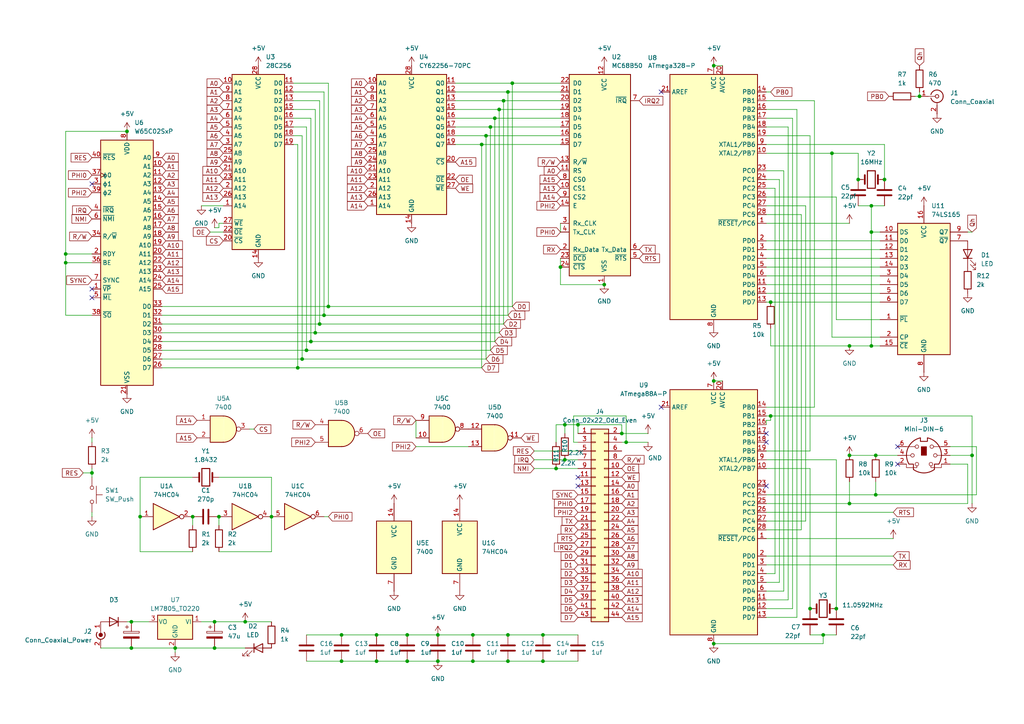
<source format=kicad_sch>
(kicad_sch (version 20250114) (generator "eeschema") (generator_version "9.0")
  (paper "A4")
  (lib_symbols
    (symbol "74xx:7400" (pin_names (offset 1.016))
      (property "Reference" "U" (at 0 1.27 0))
      (property "Value" "7400" (at 0 -1.27 0))
      (symbol "7400_1_1"
        (pin input line (at -7.62 2.54 0) (length 3.81) (name "~") (number "1"))
        (pin input line (at -7.62 -2.54 0) (length 3.81) (name "~") (number "2"))
        (pin output inverted (at 7.62 0 180) (length 3.81) (name "~") (number "3"))
      )
      (symbol "7400_1_2"
        (pin input inverted (at -7.62 2.54 0) (length 4.318) (name "~") (number "1"))
        (pin input inverted (at -7.62 -2.54 0) (length 4.318) (name "~") (number "2"))
        (pin output line (at 7.62 0 180) (length 3.81) (name "~") (number "3"))
      )
      (symbol "7400_2_1"
        (pin input line (at -7.62 2.54 0) (length 3.81) (name "~") (number "4"))
        (pin input line (at -7.62 -2.54 0) (length 3.81) (name "~") (number "5"))
        (pin output inverted (at 7.62 0 180) (length 3.81) (name "~") (number "6"))
      )
      (symbol "7400_2_2"
        (pin input inverted (at -7.62 2.54 0) (length 4.318) (name "~") (number "4"))
        (pin input inverted (at -7.62 -2.54 0) (length 4.318) (name "~") (number "5"))
        (pin output line (at 7.62 0 180) (length 3.81) (name "~") (number "6"))
      )
      (symbol "7400_3_1"
        (pin input line (at -7.62 2.54 0) (length 3.81) (name "~") (number "9"))
        (pin input line (at -7.62 -2.54 0) (length 3.81) (name "~") (number "10"))
        (pin output inverted (at 7.62 0 180) (length 3.81) (name "~") (number "8"))
      )
      (symbol "7400_3_2"
        (pin input inverted (at -7.62 2.54 0) (length 4.318) (name "~") (number "9"))
        (pin input inverted (at -7.62 -2.54 0) (length 4.318) (name "~") (number "10"))
        (pin output line (at 7.62 0 180) (length 3.81) (name "~") (number "8"))
      )
      (symbol "7400_4_1"
        (pin input line (at -7.62 2.54 0) (length 3.81) (name "~") (number "12"))
        (pin input line (at -7.62 -2.54 0) (length 3.81) (name "~") (number "13"))
        (pin output inverted (at 7.62 0 180) (length 3.81) (name "~") (number "11"))
      )
      (symbol "7400_4_2"
        (pin input inverted (at -7.62 2.54 0) (length 4.318) (name "~") (number "12"))
        (pin input inverted (at -7.62 -2.54 0) (length 4.318) (name "~") (number "13"))
        (pin output line (at 7.62 0 180) (length 3.81) (name "~") (number "11"))
      )
      (symbol "7400_5_0"
        (pin power_in line (at 0 12.7 270) (length 5.08) (name "VCC") (number "14"))
        (pin power_in line (at 0 -12.7 90) (length 5.08) (name "GND") (number "7"))
      )
    )
    (symbol "74xx:74HC04"
      (property "Reference" "U" (at 0 1.27 0))
      (property "Value" "74HC04" (at 0 -1.27 0))
      (symbol "74HC04_1_0"
        (pin input line (at -7.62 0 0) (length 3.81) (name "~") (number "1"))
        (pin output inverted (at 7.62 0 180) (length 3.81) (name "~") (number "2"))
      )
      (symbol "74HC04_2_0"
        (pin input line (at -7.62 0 0) (length 3.81) (name "~") (number "3"))
        (pin output inverted (at 7.62 0 180) (length 3.81) (name "~") (number "4"))
      )
      (symbol "74HC04_3_0"
        (pin input line (at -7.62 0 0) (length 3.81) (name "~") (number "5"))
        (pin output inverted (at 7.62 0 180) (length 3.81) (name "~") (number "6"))
      )
      (symbol "74HC04_4_0"
        (pin input line (at -7.62 0 0) (length 3.81) (name "~") (number "9"))
        (pin output inverted (at 7.62 0 180) (length 3.81) (name "~") (number "8"))
      )
      (symbol "74HC04_5_0"
        (pin input line (at -7.62 0 0) (length 3.81) (name "~") (number "11"))
        (pin output inverted (at 7.62 0 180) (length 3.81) (name "~") (number "10"))
      )
      (symbol "74HC04_6_0"
        (pin input line (at -7.62 0 0) (length 3.81) (name "~") (number "13"))
        (pin output inverted (at 7.62 0 180) (length 3.81) (name "~") (number "12"))
      )
      (symbol "74HC04_7_0"
        (pin power_in line (at 0 12.7 270) (length 5.08) (name "VCC") (number "14"))
        (pin power_in line (at 0 -12.7 90) (length 5.08) (name "GND") (number "7"))
      )
    )
    (symbol "74xx:74LS165"
      (property "Reference" "U" (at -7.62 19.05 0))
      (property "Value" "74LS165" (at -7.62 -21.59 0))
      (symbol "74LS165_1_0"
        (pin input line (at -12.7 15.24 0) (length 5.08) (name "DS") (number "10"))
        (pin input line (at -12.7 12.7 0) (length 5.08) (name "D0") (number "11"))
        (pin input line (at -12.7 10.16 0) (length 5.08) (name "D1") (number "12"))
        (pin input line (at -12.7 7.62 0) (length 5.08) (name "D2") (number "13"))
        (pin input line (at -12.7 5.08 0) (length 5.08) (name "D3") (number "14"))
        (pin input line (at -12.7 2.54 0) (length 5.08) (name "D4") (number "3"))
        (pin input line (at -12.7 0 0) (length 5.08) (name "D5") (number "4"))
        (pin input line (at -12.7 -2.54 0) (length 5.08) (name "D6") (number "5"))
        (pin input line (at -12.7 -5.08 0) (length 5.08) (name "D7") (number "6"))
        (pin input line (at -12.7 -10.16 0) (length 5.08) (name "~{PL}") (number "1"))
        (pin input line (at -12.7 -15.24 0) (length 5.08) (name "CP") (number "2"))
        (pin input line (at -12.7 -17.78 0) (length 5.08) (name "~{CE}") (number "15"))
        (pin power_in line (at 0 22.86 270) (length 5.08) (name "VCC") (number "16"))
        (pin power_in line (at 0 -25.4 90) (length 5.08) (name "GND") (number "8"))
        (pin output line (at 12.7 15.24 180) (length 5.08) (name "Q7") (number "9"))
        (pin output line (at 12.7 12.7 180) (length 5.08) (name "~{Q7}") (number "7"))
      )
    )
    (symbol "Connector:Conn_Coaxial" (pin_names (offset 1.016) (hide yes))
      (property "Reference" "J" (at 0.254 3.048 0))
      (property "Value" "Conn_Coaxial" (at 2.921 0 90))
      (symbol "Conn_Coaxial_1_1"
        (pin passive line (at -5.08 0 0) (length 2.54) (name "In") (number "1"))
        (pin passive line (at 0 -5.08 90) (length 2.54) (name "Ext") (number "2"))
      )
    )
    (symbol "Connector:Conn_Coaxial_Power" (pin_names (offset 1.016) (hide yes))
      (property "Reference" "J" (at -5.08 -1.27 90))
      (property "Value" "Conn_Coaxial_Power" (at -3.175 -1.27 90))
      (symbol "Conn_Coaxial_Power_1_1"
        (pin passive line (at 0 2.54 270) (length 2.54) (name "In") (number "1"))
        (pin passive line (at 0 -5.08 90) (length 2.54) (name "Ext") (number "2"))
      )
    )
    (symbol "Connector:Mini-DIN-6" (pin_names (offset 1.016))
      (property "Reference" "J" (at 0 6.35 0))
      (property "Value" "Mini-DIN-6" (at 0 -6.35 0))
      (symbol "Mini-DIN-6_1_1"
        (pin passive line (at -7.62 2.54 0) (length 2.54) (name "~") (number "6"))
        (pin passive line (at -7.62 0 0) (length 2.54) (name "~") (number "4"))
        (pin passive line (at -7.62 -2.54 0) (length 2.54) (name "~") (number "2"))
        (pin passive line (at 7.62 2.54 180) (length 2.54) (name "~") (number "5"))
        (pin passive line (at 7.62 0 180) (length 2.54) (name "~") (number "3"))
        (pin passive line (at 7.62 -2.54 180) (length 2.54) (name "~") (number "1"))
      )
    )
    (symbol "Connector_Generic:Conn_02x22_Odd_Even" (pin_names (offset 1.016) (hide yes))
      (property "Reference" "J" (at 1.27 27.94 0))
      (property "Value" "Conn_02x22_Odd_Even" (at 1.27 -30.48 0))
      (symbol "Conn_02x22_Odd_Even_1_1"
        (pin passive line (at -5.08 25.4 0) (length 3.81) (name "Pin_1") (number "1"))
        (pin passive line (at -5.08 22.86 0) (length 3.81) (name "Pin_3") (number "3"))
        (pin passive line (at -5.08 20.32 0) (length 3.81) (name "Pin_5") (number "5"))
        (pin passive line (at -5.08 17.78 0) (length 3.81) (name "Pin_7") (number "7"))
        (pin passive line (at -5.08 15.24 0) (length 3.81) (name "Pin_9") (number "9"))
        (pin passive line (at -5.08 12.7 0) (length 3.81) (name "Pin_11") (number "11"))
        (pin passive line (at -5.08 10.16 0) (length 3.81) (name "Pin_13") (number "13"))
        (pin passive line (at -5.08 7.62 0) (length 3.81) (name "Pin_15") (number "15"))
        (pin passive line (at -5.08 5.08 0) (length 3.81) (name "Pin_17") (number "17"))
        (pin passive line (at -5.08 2.54 0) (length 3.81) (name "Pin_19") (number "19"))
        (pin passive line (at -5.08 0 0) (length 3.81) (name "Pin_21") (number "21"))
        (pin passive line (at -5.08 -2.54 0) (length 3.81) (name "Pin_23") (number "23"))
        (pin passive line (at -5.08 -5.08 0) (length 3.81) (name "Pin_25") (number "25"))
        (pin passive line (at -5.08 -7.62 0) (length 3.81) (name "Pin_27") (number "27"))
        (pin passive line (at -5.08 -10.16 0) (length 3.81) (name "Pin_29") (number "29"))
        (pin passive line (at -5.08 -12.7 0) (length 3.81) (name "Pin_31") (number "31"))
        (pin passive line (at -5.08 -15.24 0) (length 3.81) (name "Pin_33") (number "33"))
        (pin passive line (at -5.08 -17.78 0) (length 3.81) (name "Pin_35") (number "35"))
        (pin passive line (at -5.08 -20.32 0) (length 3.81) (name "Pin_37") (number "37"))
        (pin passive line (at -5.08 -22.86 0) (length 3.81) (name "Pin_39") (number "39"))
        (pin passive line (at -5.08 -25.4 0) (length 3.81) (name "Pin_41") (number "41"))
        (pin passive line (at -5.08 -27.94 0) (length 3.81) (name "Pin_43") (number "43"))
        (pin passive line (at 7.62 25.4 180) (length 3.81) (name "Pin_2") (number "2"))
        (pin passive line (at 7.62 22.86 180) (length 3.81) (name "Pin_4") (number "4"))
        (pin passive line (at 7.62 20.32 180) (length 3.81) (name "Pin_6") (number "6"))
        (pin passive line (at 7.62 17.78 180) (length 3.81) (name "Pin_8") (number "8"))
        (pin passive line (at 7.62 15.24 180) (length 3.81) (name "Pin_10") (number "10"))
        (pin passive line (at 7.62 12.7 180) (length 3.81) (name "Pin_12") (number "12"))
        (pin passive line (at 7.62 10.16 180) (length 3.81) (name "Pin_14") (number "14"))
        (pin passive line (at 7.62 7.62 180) (length 3.81) (name "Pin_16") (number "16"))
        (pin passive line (at 7.62 5.08 180) (length 3.81) (name "Pin_18") (number "18"))
        (pin passive line (at 7.62 2.54 180) (length 3.81) (name "Pin_20") (number "20"))
        (pin passive line (at 7.62 0 180) (length 3.81) (name "Pin_22") (number "22"))
        (pin passive line (at 7.62 -2.54 180) (length 3.81) (name "Pin_24") (number "24"))
        (pin passive line (at 7.62 -5.08 180) (length 3.81) (name "Pin_26") (number "26"))
        (pin passive line (at 7.62 -7.62 180) (length 3.81) (name "Pin_28") (number "28"))
        (pin passive line (at 7.62 -10.16 180) (length 3.81) (name "Pin_30") (number "30"))
        (pin passive line (at 7.62 -12.7 180) (length 3.81) (name "Pin_32") (number "32"))
        (pin passive line (at 7.62 -15.24 180) (length 3.81) (name "Pin_34") (number "34"))
        (pin passive line (at 7.62 -17.78 180) (length 3.81) (name "Pin_36") (number "36"))
        (pin passive line (at 7.62 -20.32 180) (length 3.81) (name "Pin_38") (number "38"))
        (pin passive line (at 7.62 -22.86 180) (length 3.81) (name "Pin_40") (number "40"))
        (pin passive line (at 7.62 -25.4 180) (length 3.81) (name "Pin_42") (number "42"))
        (pin passive line (at 7.62 -27.94 180) (length 3.81) (name "Pin_44") (number "44"))
      )
    )
    (symbol "Device:C" (pin_numbers (hide yes)) (pin_names (offset 0.254))
      (property "Reference" "C" (at 0.635 2.54 0))
      (property "Value" "C" (at 0.635 -2.54 0))
      (symbol "C_1_1"
        (pin passive line (at 0 3.81 270) (length 2.794) (name "~") (number "1"))
        (pin passive line (at 0 -3.81 90) (length 2.794) (name "~") (number "2"))
      )
    )
    (symbol "Device:C_Polarized" (pin_numbers (hide yes)) (pin_names (offset 0.254))
      (property "Reference" "C" (at 0.635 2.54 0))
      (property "Value" "C_Polarized" (at 0.635 -2.54 0))
      (symbol "C_Polarized_1_1"
        (pin passive line (at 0 3.81 270) (length 2.794) (name "~") (number "1"))
        (pin passive line (at 0 -3.81 90) (length 2.794) (name "~") (number "2"))
      )
    )
    (symbol "Device:Crystal" (pin_numbers (hide yes)) (pin_names (offset 1.016) (hide yes))
      (property "Reference" "Y" (at 0 3.81 0))
      (property "Value" "Crystal" (at 0 -3.81 0))
      (symbol "Crystal_1_1"
        (pin passive line (at -3.81 0 0) (length 1.27) (name "1") (number "1"))
        (pin passive line (at 3.81 0 180) (length 1.27) (name "2") (number "2"))
      )
    )
    (symbol "Device:LED" (pin_numbers (hide yes)) (pin_names (offset 1.016) (hide yes))
      (property "Reference" "D" (at 0 2.54 0))
      (property "Value" "LED" (at 0 -2.54 0))
      (symbol "LED_1_1"
        (pin passive line (at -3.81 0 0) (length 2.54) (name "K") (number "1"))
        (pin passive line (at 3.81 0 180) (length 2.54) (name "A") (number "2"))
      )
    )
    (symbol "Device:R" (pin_numbers (hide yes)) (pin_names (offset 0))
      (property "Reference" "R" (at 2.032 0 90))
      (property "Value" "R" (at 0 0 90))
      (symbol "R_1_1"
        (pin passive line (at 0 3.81 270) (length 1.27) (name "~") (number "1"))
        (pin passive line (at 0 -3.81 90) (length 1.27) (name "~") (number "2"))
      )
    )
    (symbol "Diode:1N4007" (pin_numbers (hide yes)) (pin_names (hide yes))
      (property "Reference" "D" (at 0 2.54 0))
      (property "Value" "1N4007" (at 0 -2.54 0))
      (symbol "1N4007_1_1"
        (pin passive line (at -3.81 0 0) (length 2.54) (name "K") (number "1"))
        (pin passive line (at 3.81 0 180) (length 2.54) (name "A") (number "2"))
      )
    )
    (symbol "Interface_UART:MC68B50" (pin_names (offset 1.016))
      (property "Reference" "U" (at -7.366 31.75 0))
      (property "Value" "MC68B50" (at 10.414 31.75 0))
      (symbol "MC68B50_1_1"
        (pin bidirectional line (at -12.7 27.94 0) (length 2.54) (name "D0") (number "22"))
        (pin bidirectional line (at -12.7 25.4 0) (length 2.54) (name "D1") (number "21"))
        (pin bidirectional line (at -12.7 22.86 0) (length 2.54) (name "D2") (number "20"))
        (pin bidirectional line (at -12.7 20.32 0) (length 2.54) (name "D3") (number "19"))
        (pin bidirectional line (at -12.7 17.78 0) (length 2.54) (name "D4") (number "18"))
        (pin bidirectional line (at -12.7 15.24 0) (length 2.54) (name "D5") (number "17"))
        (pin bidirectional line (at -12.7 12.7 0) (length 2.54) (name "D6") (number "16"))
        (pin bidirectional line (at -12.7 10.16 0) (length 2.54) (name "D7") (number "15"))
        (pin input line (at -12.7 5.08 0) (length 2.54) (name "R/~{W}") (number "13"))
        (pin input line (at -12.7 2.54 0) (length 2.54) (name "RS") (number "11"))
        (pin input line (at -12.7 0 0) (length 2.54) (name "CS0") (number "8"))
        (pin input line (at -12.7 -2.54 0) (length 2.54) (name "CS1") (number "10"))
        (pin input line (at -12.7 -5.08 0) (length 2.54) (name "CS2") (number "9"))
        (pin input line (at -12.7 -7.62 0) (length 2.54) (name "E") (number "14"))
        (pin input line (at -12.7 -12.7 0) (length 2.54) (name "Rx_CLK") (number "3"))
        (pin input line (at -12.7 -15.24 0) (length 2.54) (name "Tx_CLK") (number "4"))
        (pin input line (at -12.7 -20.32 0) (length 2.54) (name "Rx_Data") (number "2"))
        (pin input line (at -12.7 -22.86 0) (length 2.54) (name "~{DCD}") (number "23"))
        (pin input line (at -12.7 -25.4 0) (length 2.54) (name "~{CTS}") (number "24"))
        (pin power_in line (at 0 33.02 270) (length 2.54) (name "VCC") (number "12"))
        (pin power_in line (at 0 -30.48 90) (length 2.54) (name "VSS") (number "1"))
        (pin output line (at 10.16 22.86 180) (length 2.54) (name "~{IRQ}") (number "7"))
        (pin output line (at 10.16 -20.32 180) (length 2.54) (name "Tx_Data") (number "6"))
        (pin output line (at 10.16 -22.86 180) (length 2.54) (name "~{RTS}") (number "5"))
      )
    )
    (symbol "MCU_Microchip_ATmega:ATmega328-P"
      (property "Reference" "U" (at -12.7 36.83 0))
      (property "Value" "ATmega328-P" (at 2.54 -36.83 0))
      (symbol "ATmega328-P_1_1"
        (pin passive line (at -15.24 30.48 0) (length 2.54) (name "AREF") (number "21"))
        (pin power_in line (at 0 38.1 270) (length 2.54) (name "VCC") (number "7"))
        (pin passive line (at 0 -38.1 90) (length 2.54) (hide yes) (name "GND") (number "22"))
        (pin power_in line (at 0 -38.1 90) (length 2.54) (name "GND") (number "8"))
        (pin power_in line (at 2.54 38.1 270) (length 2.54) (name "AVCC") (number "20"))
        (pin bidirectional line (at 15.24 30.48 180) (length 2.54) (name "PB0") (number "14"))
        (pin bidirectional line (at 15.24 27.94 180) (length 2.54) (name "PB1") (number "15"))
        (pin bidirectional line (at 15.24 25.4 180) (length 2.54) (name "PB2") (number "16"))
        (pin bidirectional line (at 15.24 22.86 180) (length 2.54) (name "PB3") (number "17"))
        (pin bidirectional line (at 15.24 20.32 180) (length 2.54) (name "PB4") (number "18"))
        (pin bidirectional line (at 15.24 17.78 180) (length 2.54) (name "PB5") (number "19"))
        (pin bidirectional line (at 15.24 15.24 180) (length 2.54) (name "XTAL1/PB6") (number "9"))
        (pin bidirectional line (at 15.24 12.7 180) (length 2.54) (name "XTAL2/PB7") (number "10"))
        (pin bidirectional line (at 15.24 7.62 180) (length 2.54) (name "PC0") (number "23"))
        (pin bidirectional line (at 15.24 5.08 180) (length 2.54) (name "PC1") (number "24"))
        (pin bidirectional line (at 15.24 2.54 180) (length 2.54) (name "PC2") (number "25"))
        (pin bidirectional line (at 15.24 0 180) (length 2.54) (name "PC3") (number "26"))
        (pin bidirectional line (at 15.24 -2.54 180) (length 2.54) (name "PC4") (number "27"))
        (pin bidirectional line (at 15.24 -5.08 180) (length 2.54) (name "PC5") (number "28"))
        (pin bidirectional line (at 15.24 -7.62 180) (length 2.54) (name "~{RESET}/PC6") (number "1"))
        (pin bidirectional line (at 15.24 -12.7 180) (length 2.54) (name "PD0") (number "2"))
        (pin bidirectional line (at 15.24 -15.24 180) (length 2.54) (name "PD1") (number "3"))
        (pin bidirectional line (at 15.24 -17.78 180) (length 2.54) (name "PD2") (number "4"))
        (pin bidirectional line (at 15.24 -20.32 180) (length 2.54) (name "PD3") (number "5"))
        (pin bidirectional line (at 15.24 -22.86 180) (length 2.54) (name "PD4") (number "6"))
        (pin bidirectional line (at 15.24 -25.4 180) (length 2.54) (name "PD5") (number "11"))
        (pin bidirectional line (at 15.24 -27.94 180) (length 2.54) (name "PD6") (number "12"))
        (pin bidirectional line (at 15.24 -30.48 180) (length 2.54) (name "PD7") (number "13"))
      )
    )
    (symbol "MCU_Microchip_ATmega:ATmega88A-P"
      (property "Reference" "U" (at -12.7 36.83 0))
      (property "Value" "ATmega88A-P" (at 2.54 -36.83 0))
      (symbol "ATmega88A-P_1_1"
        (pin passive line (at -15.24 30.48 0) (length 2.54) (name "AREF") (number "21"))
        (pin power_in line (at 0 38.1 270) (length 2.54) (name "VCC") (number "7"))
        (pin passive line (at 0 -38.1 90) (length 2.54) (hide yes) (name "GND") (number "22"))
        (pin power_in line (at 0 -38.1 90) (length 2.54) (name "GND") (number "8"))
        (pin power_in line (at 2.54 38.1 270) (length 2.54) (name "AVCC") (number "20"))
        (pin bidirectional line (at 15.24 30.48 180) (length 2.54) (name "PB0") (number "14"))
        (pin bidirectional line (at 15.24 27.94 180) (length 2.54) (name "PB1") (number "15"))
        (pin bidirectional line (at 15.24 25.4 180) (length 2.54) (name "PB2") (number "16"))
        (pin bidirectional line (at 15.24 22.86 180) (length 2.54) (name "PB3") (number "17"))
        (pin bidirectional line (at 15.24 20.32 180) (length 2.54) (name "PB4") (number "18"))
        (pin bidirectional line (at 15.24 17.78 180) (length 2.54) (name "PB5") (number "19"))
        (pin bidirectional line (at 15.24 15.24 180) (length 2.54) (name "XTAL1/PB6") (number "9"))
        (pin bidirectional line (at 15.24 12.7 180) (length 2.54) (name "XTAL2/PB7") (number "10"))
        (pin bidirectional line (at 15.24 7.62 180) (length 2.54) (name "PC0") (number "23"))
        (pin bidirectional line (at 15.24 5.08 180) (length 2.54) (name "PC1") (number "24"))
        (pin bidirectional line (at 15.24 2.54 180) (length 2.54) (name "PC2") (number "25"))
        (pin bidirectional line (at 15.24 0 180) (length 2.54) (name "PC3") (number "26"))
        (pin bidirectional line (at 15.24 -2.54 180) (length 2.54) (name "PC4") (number "27"))
        (pin bidirectional line (at 15.24 -5.08 180) (length 2.54) (name "PC5") (number "28"))
        (pin bidirectional line (at 15.24 -7.62 180) (length 2.54) (name "~{RESET}/PC6") (number "1"))
        (pin bidirectional line (at 15.24 -12.7 180) (length 2.54) (name "PD0") (number "2"))
        (pin bidirectional line (at 15.24 -15.24 180) (length 2.54) (name "PD1") (number "3"))
        (pin bidirectional line (at 15.24 -17.78 180) (length 2.54) (name "PD2") (number "4"))
        (pin bidirectional line (at 15.24 -20.32 180) (length 2.54) (name "PD3") (number "5"))
        (pin bidirectional line (at 15.24 -22.86 180) (length 2.54) (name "PD4") (number "6"))
        (pin bidirectional line (at 15.24 -25.4 180) (length 2.54) (name "PD5") (number "11"))
        (pin bidirectional line (at 15.24 -27.94 180) (length 2.54) (name "PD6") (number "12"))
        (pin bidirectional line (at 15.24 -30.48 180) (length 2.54) (name "PD7") (number "13"))
      )
    )
    (symbol "Memory_EEPROM:28C256"
      (property "Reference" "U" (at -7.62 26.67 0))
      (property "Value" "28C256" (at 2.54 -26.67 0))
      (symbol "28C256_1_1"
        (pin input line (at -10.16 22.86 0) (length 2.54) (name "A0") (number "10"))
        (pin input line (at -10.16 20.32 0) (length 2.54) (name "A1") (number "9"))
        (pin input line (at -10.16 17.78 0) (length 2.54) (name "A2") (number "8"))
        (pin input line (at -10.16 15.24 0) (length 2.54) (name "A3") (number "7"))
        (pin input line (at -10.16 12.7 0) (length 2.54) (name "A4") (number "6"))
        (pin input line (at -10.16 10.16 0) (length 2.54) (name "A5") (number "5"))
        (pin input line (at -10.16 7.62 0) (length 2.54) (name "A6") (number "4"))
        (pin input line (at -10.16 5.08 0) (length 2.54) (name "A7") (number "3"))
        (pin input line (at -10.16 2.54 0) (length 2.54) (name "A8") (number "25"))
        (pin input line (at -10.16 0 0) (length 2.54) (name "A9") (number "24"))
        (pin input line (at -10.16 -2.54 0) (length 2.54) (name "A10") (number "21"))
        (pin input line (at -10.16 -5.08 0) (length 2.54) (name "A11") (number "23"))
        (pin input line (at -10.16 -7.62 0) (length 2.54) (name "A12") (number "2"))
        (pin input line (at -10.16 -10.16 0) (length 2.54) (name "A13") (number "26"))
        (pin input line (at -10.16 -12.7 0) (length 2.54) (name "A14") (number "1"))
        (pin input line (at -10.16 -17.78 0) (length 2.54) (name "~{WE}") (number "27"))
        (pin input line (at -10.16 -20.32 0) (length 2.54) (name "~{OE}") (number "22"))
        (pin input line (at -10.16 -22.86 0) (length 2.54) (name "~{CS}") (number "20"))
        (pin power_in line (at 0 27.94 270) (length 2.54) (name "VCC") (number "28"))
        (pin power_in line (at 0 -27.94 90) (length 2.54) (name "GND") (number "14"))
        (pin tri_state line (at 10.16 22.86 180) (length 2.54) (name "D0") (number "11"))
        (pin tri_state line (at 10.16 20.32 180) (length 2.54) (name "D1") (number "12"))
        (pin tri_state line (at 10.16 17.78 180) (length 2.54) (name "D2") (number "13"))
        (pin tri_state line (at 10.16 15.24 180) (length 2.54) (name "D3") (number "15"))
        (pin tri_state line (at 10.16 12.7 180) (length 2.54) (name "D4") (number "16"))
        (pin tri_state line (at 10.16 10.16 180) (length 2.54) (name "D5") (number "17"))
        (pin tri_state line (at 10.16 7.62 180) (length 2.54) (name "D6") (number "18"))
        (pin tri_state line (at 10.16 5.08 180) (length 2.54) (name "D7") (number "19"))
      )
    )
    (symbol "Memory_RAM:CY62256-70PC"
      (property "Reference" "U" (at -10.16 20.955 0))
      (property "Value" "CY62256-70PC" (at 2.54 20.955 0))
      (symbol "CY62256-70PC_0_0"
        (pin power_in line (at 0 22.86 270) (length 2.54) (name "VCC") (number "28"))
        (pin power_in line (at 0 -22.86 90) (length 2.54) (name "GND") (number "14"))
      )
      (symbol "CY62256-70PC_1_1"
        (pin input line (at -12.7 17.78 0) (length 2.54) (name "A0") (number "10"))
        (pin input line (at -12.7 15.24 0) (length 2.54) (name "A1") (number "9"))
        (pin input line (at -12.7 12.7 0) (length 2.54) (name "A2") (number "8"))
        (pin input line (at -12.7 10.16 0) (length 2.54) (name "A3") (number "7"))
        (pin input line (at -12.7 7.62 0) (length 2.54) (name "A4") (number "6"))
        (pin input line (at -12.7 5.08 0) (length 2.54) (name "A5") (number "5"))
        (pin input line (at -12.7 2.54 0) (length 2.54) (name "A6") (number "4"))
        (pin input line (at -12.7 0 0) (length 2.54) (name "A7") (number "3"))
        (pin input line (at -12.7 -2.54 0) (length 2.54) (name "A8") (number "25"))
        (pin input line (at -12.7 -5.08 0) (length 2.54) (name "A9") (number "24"))
        (pin input line (at -12.7 -7.62 0) (length 2.54) (name "A10") (number "21"))
        (pin input line (at -12.7 -10.16 0) (length 2.54) (name "A11") (number "23"))
        (pin input line (at -12.7 -12.7 0) (length 2.54) (name "A12") (number "2"))
        (pin input line (at -12.7 -15.24 0) (length 2.54) (name "A13") (number "26"))
        (pin input line (at -12.7 -17.78 0) (length 2.54) (name "A14") (number "1"))
        (pin tri_state line (at 12.7 17.78 180) (length 2.54) (name "Q0") (number "11"))
        (pin tri_state line (at 12.7 15.24 180) (length 2.54) (name "Q1") (number "12"))
        (pin tri_state line (at 12.7 12.7 180) (length 2.54) (name "Q2") (number "13"))
        (pin tri_state line (at 12.7 10.16 180) (length 2.54) (name "Q3") (number "15"))
        (pin tri_state line (at 12.7 7.62 180) (length 2.54) (name "Q4") (number "16"))
        (pin tri_state line (at 12.7 5.08 180) (length 2.54) (name "Q5") (number "17"))
        (pin tri_state line (at 12.7 2.54 180) (length 2.54) (name "Q6") (number "18"))
        (pin tri_state line (at 12.7 0 180) (length 2.54) (name "Q7") (number "19"))
        (pin input line (at 12.7 -5.08 180) (length 2.54) (name "~{CS}") (number "20"))
        (pin input line (at 12.7 -10.16 180) (length 2.54) (name "~{OE}") (number "22"))
        (pin input line (at 12.7 -12.7 180) (length 2.54) (name "~{WE}") (number "27"))
      )
    )
    (symbol "PCM_65xx-library:W65C02SxP"
      (property "Reference" "U" (at 2.54 40.64 0))
      (property "Value" "W65C02SxP" (at 2.54 38.1 0))
      (symbol "W65C02SxP_1_1"
        (pin input line (at -10.16 30.48 0) (length 2.54) (name "~{RES}") (number "40"))
        (pin input clock (at -10.16 25.4 0) (length 2.54) (name "ϕ0") (number "37"))
        (pin output line (at -10.16 22.86 0) (length 2.54) (name "ϕ1") (number "3"))
        (pin output line (at -10.16 20.32 0) (length 2.54) (name "ϕ2") (number "39"))
        (pin input line (at -10.16 15.24 0) (length 2.54) (name "~{IRQ}") (number "4"))
        (pin input line (at -10.16 12.7 0) (length 2.54) (name "~{NMI}") (number "6"))
        (pin tri_state line (at -10.16 7.62 0) (length 2.54) (name "R/~{W}") (number "34"))
        (pin open_collector line (at -10.16 2.54 0) (length 2.54) (name "RDY") (number "2"))
        (pin input line (at -10.16 0 0) (length 2.54) (name "BE") (number "36"))
        (pin output line (at -10.16 -5.08 0) (length 2.54) (name "SYNC") (number "7"))
        (pin output line (at -10.16 -7.62 0) (length 2.54) (name "~{VP}") (number "1"))
        (pin output line (at -10.16 -10.16 0) (length 2.54) (name "~{ML}") (number "5"))
        (pin input line (at -10.16 -15.24 0) (length 2.54) (name "~{SO}") (number "38"))
        (pin no_connect non_logic (at -7.62 -30.48 0) (length 2.54) (hide yes) (name "nc") (number "35"))
        (pin power_in line (at 0 38.1 270) (length 2.54) (name "VDD") (number "8"))
        (pin power_in line (at 0 -38.1 90) (length 2.54) (name "VSS") (number "21"))
        (pin tri_state line (at 10.16 30.48 180) (length 2.54) (name "A0") (number "9"))
        (pin tri_state line (at 10.16 27.94 180) (length 2.54) (name "A1") (number "10"))
        (pin tri_state line (at 10.16 25.4 180) (length 2.54) (name "A2") (number "11"))
        (pin tri_state line (at 10.16 22.86 180) (length 2.54) (name "A3") (number "12"))
        (pin tri_state line (at 10.16 20.32 180) (length 2.54) (name "A4") (number "13"))
        (pin tri_state line (at 10.16 17.78 180) (length 2.54) (name "A5") (number "14"))
        (pin tri_state line (at 10.16 15.24 180) (length 2.54) (name "A6") (number "15"))
        (pin tri_state line (at 10.16 12.7 180) (length 2.54) (name "A7") (number "16"))
        (pin tri_state line (at 10.16 10.16 180) (length 2.54) (name "A8") (number "17"))
        (pin tri_state line (at 10.16 7.62 180) (length 2.54) (name "A9") (number "18"))
        (pin tri_state line (at 10.16 5.08 180) (length 2.54) (name "A10") (number "19"))
        (pin tri_state line (at 10.16 2.54 180) (length 2.54) (name "A11") (number "20"))
        (pin tri_state line (at 10.16 0 180) (length 2.54) (name "A12") (number "22"))
        (pin tri_state line (at 10.16 -2.54 180) (length 2.54) (name "A13") (number "23"))
        (pin tri_state line (at 10.16 -5.08 180) (length 2.54) (name "A14") (number "24"))
        (pin tri_state line (at 10.16 -7.62 180) (length 2.54) (name "A15") (number "25"))
        (pin bidirectional line (at 10.16 -12.7 180) (length 2.54) (name "D0") (number "33"))
        (pin bidirectional line (at 10.16 -15.24 180) (length 2.54) (name "D1") (number "32"))
        (pin bidirectional line (at 10.16 -17.78 180) (length 2.54) (name "D2") (number "31"))
        (pin bidirectional line (at 10.16 -20.32 180) (length 2.54) (name "D3") (number "30"))
        (pin bidirectional line (at 10.16 -22.86 180) (length 2.54) (name "D4") (number "29"))
        (pin bidirectional line (at 10.16 -25.4 180) (length 2.54) (name "D5") (number "28"))
        (pin bidirectional line (at 10.16 -27.94 180) (length 2.54) (name "D6") (number "27"))
        (pin bidirectional line (at 10.16 -30.48 180) (length 2.54) (name "D7") (number "26"))
      )
    )
    (symbol "Regulator_Linear:LM7805_TO220" (pin_names (offset 0.254))
      (property "Reference" "U" (at -3.81 3.175 0))
      (property "Value" "LM7805_TO220" (at 0 3.175 0))
      (symbol "LM7805_TO220_1_1"
        (pin power_in line (at -7.62 0 0) (length 2.54) (name "VI") (number "1"))
        (pin power_in line (at 0 -7.62 90) (length 2.54) (name "GND") (number "2"))
        (pin power_out line (at 7.62 0 180) (length 2.54) (name "VO") (number "3"))
      )
    )
    (symbol "Switch:SW_Push" (pin_numbers (hide yes)) (pin_names (offset 1.016) (hide yes))
      (property "Reference" "SW" (at 1.27 2.54 0))
      (property "Value" "SW_Push" (at 0 -1.524 0))
      (symbol "SW_Push_0_1"
        (pin passive line (at -5.08 0 0) (length 2.54) (name "1") (number "1"))
        (pin passive line (at 5.08 0 180) (length 2.54) (name "2") (number "2"))
      )
    )
    (symbol "power:+5V" (power) (pin_numbers (hide yes)) (pin_names (offset 0) (hide yes))
      (property "Value" "+5V" (at 0 3.556 0))
      (symbol "+5V_1_1"
        (pin power_in line (at 0 0 90) (length 0) (name "~") (number "1"))
      )
    )
    (symbol "power:GND" (power) (pin_numbers (hide yes)) (pin_names (offset 0) (hide yes))
      (property "Value" "GND" (at 0 -3.81 0))
      (symbol "GND_1_1"
        (pin power_in line (at 0 0 270) (length 0) (name "~") (number "1"))
      )
    )
  )
  (junction (at 252.73 67.31))
  (junction (at 118.11 184.15))
  (junction (at 246.38 100.33))
  (junction (at 207.01 19.05))
  (junction (at 99.06 184.15))
  (junction (at 181.61 128.27))
  (junction (at 90.17 99.06))
  (junction (at 38.1 187.96))
  (junction (at 63.5 149.86))
  (junction (at 207.01 110.49))
  (junction (at 248.92 52.07))
  (junction (at 139.7 41.91))
  (junction (at 50.8 187.96))
  (junction (at 167.64 123.19))
  (junction (at 163.83 123.19))
  (junction (at 38.1 180.34))
  (junction (at 162.56 77.47))
  (junction (at 62.23 187.96))
  (junction (at 252.73 100.33))
  (junction (at 142.24 36.83))
  (junction (at 87.63 104.14))
  (junction (at 99.06 191.77))
  (junction (at 140.97 39.37))
  (junction (at 109.22 184.15))
  (junction (at 86.36 106.68))
  (junction (at 19.05 76.2))
  (junction (at 161.29 135.89))
  (junction (at 26.67 137.16))
  (junction (at 157.48 191.77))
  (junction (at 144.78 31.75))
  (junction (at 19.05 73.66))
  (junction (at 163.83 133.35))
  (junction (at 40.64 149.86))
  (junction (at 55.88 149.86))
  (junction (at 256.54 52.07))
  (junction (at 109.22 191.77))
  (junction (at 147.32 26.67))
  (junction (at 147.32 184.15))
  (junction (at 266.7 27.94))
  (junction (at 95.25 88.9))
  (junction (at 71.12 180.34))
  (junction (at 146.05 29.21))
  (junction (at 252.73 59.69))
  (junction (at 88.9 101.6))
  (junction (at 246.38 146.05))
  (junction (at 241.3 44.45))
  (junction (at 207.01 186.69))
  (junction (at 148.59 24.13))
  (junction (at 254 143.51))
  (junction (at 223.52 120.65))
  (junction (at 91.44 96.52))
  (junction (at 137.16 184.15))
  (junction (at 78.74 149.86))
  (junction (at 118.11 191.77))
  (junction (at 36.83 38.1))
  (junction (at 281.94 132.08))
  (junction (at 147.32 191.77))
  (junction (at 157.48 184.15))
  (junction (at 92.71 93.98))
  (junction (at 242.57 176.53))
  (junction (at 93.98 91.44))
  (junction (at 254 132.08))
  (junction (at 127 191.77))
  (junction (at 180.34 125.73))
  (junction (at 127 184.15))
  (junction (at 175.26 82.55))
  (junction (at 246.38 132.08))
  (junction (at 238.76 184.15))
  (junction (at 223.52 87.63))
  (junction (at 143.51 34.29))
  (junction (at 234.95 176.53))
  (junction (at 137.16 191.77))
  (junction (at 62.23 180.34))
  (no_connect (at 191.77 26.67))
  (no_connect (at 260.35 134.62))
  (no_connect (at 260.35 129.54))
  (no_connect (at 26.67 53.34))
  (no_connect (at 222.25 125.73))
  (no_connect (at 26.67 86.36))
  (no_connect (at 167.64 140.97))
  (no_connect (at 26.67 83.82))
  (no_connect (at 191.77 118.11))
  (no_connect (at 222.25 140.97))
  (no_connect (at 222.25 128.27))
  (no_connect (at 167.64 138.43))
  (wire (pts (xy 154.94 135.89) (xy 161.29 135.89)))
  (wire (pts (xy 86.36 106.68) (xy 139.7 106.68)))
  (wire (pts (xy 63.5 64.77) (xy 64.77 64.77)))
  (wire (pts (xy 46.99 93.98) (xy 92.71 93.98)))
  (wire (pts (xy 281.94 146.05) (xy 281.94 132.08)))
  (wire (pts (xy 93.98 91.44) (xy 93.98 26.67)))
  (wire (pts (xy 140.97 39.37) (xy 162.56 39.37)))
  (wire (pts (xy 222.25 34.29) (xy 229.87 34.29)))
  (wire (pts (xy 222.25 77.47) (xy 255.27 77.47)))
  (wire (pts (xy 93.98 26.67) (xy 85.09 26.67)))
  (wire (pts (xy 252.73 100.33) (xy 255.27 100.33)))
  (wire (pts (xy 228.6 36.83) (xy 222.25 36.83)))
  (wire (pts (xy 147.32 191.77) (xy 157.48 191.77)))
  (wire (pts (xy 40.64 160.02) (xy 55.88 160.02)))
  (wire (pts (xy 236.22 29.21) (xy 222.25 29.21)))
  (wire (pts (xy 26.67 91.44) (xy 19.05 91.44)))
  (wire (pts (xy 166.37 120.65) (xy 181.61 120.65)))
  (wire (pts (xy 222.25 64.77) (xy 246.38 64.77)))
  (wire (pts (xy 162.56 74.93) (xy 162.56 77.47)))
  (wire (pts (xy 222.25 173.99) (xy 228.6 173.99)))
  (wire (pts (xy 222.25 26.67) (xy 223.52 26.67)))
  (wire (pts (xy 19.05 91.44) (xy 19.05 76.2)))
  (wire (pts (xy 248.92 44.45) (xy 241.3 44.45)))
  (wire (pts (xy 266.7 26.67) (xy 266.7 27.94)))
  (wire (pts (xy 46.99 104.14) (xy 87.63 104.14)))
  (wire (pts (xy 252.73 67.31) (xy 255.27 67.31)))
  (wire (pts (xy 226.06 52.07) (xy 226.06 168.91)))
  (wire (pts (xy 46.99 99.06) (xy 90.17 99.06)))
  (wire (pts (xy 236.22 118.11) (xy 236.22 29.21)))
  (wire (pts (xy 85.09 39.37) (xy 87.63 39.37)))
  (wire (pts (xy 132.08 41.91) (xy 139.7 41.91)))
  (wire (pts (xy 46.99 91.44) (xy 93.98 91.44)))
  (wire (pts (xy 157.48 184.15) (xy 167.64 184.15)))
  (wire (pts (xy 283.21 129.54) (xy 275.59 129.54)))
  (wire (pts (xy 46.99 96.52) (xy 91.44 96.52)))
  (wire (pts (xy 207.01 110.49) (xy 209.55 110.49)))
  (wire (pts (xy 88.9 101.6) (xy 142.24 101.6)))
  (wire (pts (xy 88.9 191.77) (xy 99.06 191.77)))
  (wire (pts (xy 223.52 100.33) (xy 246.38 100.33)))
  (wire (pts (xy 120.65 121.92) (xy 120.65 127)))
  (wire (pts (xy 87.63 39.37) (xy 87.63 104.14)))
  (wire (pts (xy 207.01 19.05) (xy 209.55 19.05)))
  (wire (pts (xy 29.21 187.96) (xy 38.1 187.96)))
  (wire (pts (xy 248.92 52.07) (xy 248.92 44.45)))
  (wire (pts (xy 223.52 121.92) (xy 223.52 120.65)))
  (wire (pts (xy 229.87 176.53) (xy 222.25 176.53)))
  (wire (pts (xy 127 184.15) (xy 137.16 184.15)))
  (wire (pts (xy 222.25 87.63) (xy 223.52 87.63)))
  (wire (pts (xy 144.78 96.52) (xy 144.78 31.75)))
  (wire (pts (xy 91.44 96.52) (xy 91.44 31.75)))
  (wire (pts (xy 222.25 120.65) (xy 223.52 120.65)))
  (wire (pts (xy 157.48 191.77) (xy 167.64 191.77)))
  (wire (pts (xy 58.42 59.69) (xy 64.77 59.69)))
  (wire (pts (xy 234.95 130.81) (xy 234.95 39.37)))
  (wire (pts (xy 222.25 85.09) (xy 255.27 85.09)))
  (wire (pts (xy 161.29 123.19) (xy 163.83 123.19)))
  (wire (pts (xy 234.95 135.89) (xy 222.25 135.89)))
  (wire (pts (xy 26.67 138.43) (xy 26.67 137.16)))
  (wire (pts (xy 143.51 34.29) (xy 132.08 34.29)))
  (wire (pts (xy 180.34 125.73) (xy 180.34 123.19)))
  (wire (pts (xy 63.5 160.02) (xy 78.74 160.02)))
  (wire (pts (xy 265.43 27.94) (xy 266.7 27.94)))
  (wire (pts (xy 222.25 153.67) (xy 232.41 153.67)))
  (wire (pts (xy 78.74 138.43) (xy 78.74 149.86)))
  (wire (pts (xy 227.33 49.53) (xy 222.25 49.53)))
  (wire (pts (xy 90.17 99.06) (xy 143.51 99.06)))
  (wire (pts (xy 26.67 149.86) (xy 26.67 148.59)))
  (wire (pts (xy 234.95 176.53) (xy 234.95 135.89)))
  (wire (pts (xy 148.59 88.9) (xy 148.59 24.13)))
  (wire (pts (xy 19.05 76.2) (xy 19.05 73.66)))
  (wire (pts (xy 146.05 29.21) (xy 132.08 29.21)))
  (wire (pts (xy 238.76 184.15) (xy 242.57 184.15)))
  (wire (pts (xy 86.36 41.91) (xy 86.36 106.68)))
  (wire (pts (xy 281.94 132.08) (xy 275.59 132.08)))
  (wire (pts (xy 139.7 41.91) (xy 139.7 106.68)))
  (wire (pts (xy 222.25 72.39) (xy 255.27 72.39)))
  (wire (pts (xy 252.73 59.69) (xy 256.54 59.69)))
  (wire (pts (xy 222.25 166.37) (xy 224.79 166.37)))
  (wire (pts (xy 280.67 146.05) (xy 280.67 134.62)))
  (wire (pts (xy 95.25 149.86) (xy 93.98 149.86)))
  (wire (pts (xy 231.14 31.75) (xy 222.25 31.75)))
  (wire (pts (xy 259.08 148.59) (xy 222.25 148.59)))
  (wire (pts (xy 154.94 133.35) (xy 163.83 133.35)))
  (wire (pts (xy 88.9 184.15) (xy 99.06 184.15)))
  (wire (pts (xy 147.32 26.67) (xy 132.08 26.67)))
  (wire (pts (xy 162.56 64.77) (xy 162.56 67.31)))
  (wire (pts (xy 148.59 24.13) (xy 132.08 24.13)))
  (wire (pts (xy 222.25 156.21) (xy 259.08 156.21)))
  (wire (pts (xy 232.41 62.23) (xy 222.25 62.23)))
  (wire (pts (xy 242.57 92.71) (xy 242.57 57.15)))
  (wire (pts (xy 90.17 34.29) (xy 90.17 99.06)))
  (wire (pts (xy 95.25 88.9) (xy 95.25 24.13)))
  (wire (pts (xy 146.05 29.21) (xy 146.05 93.98)))
  (wire (pts (xy 78.74 160.02) (xy 78.74 149.86)))
  (wire (pts (xy 280.67 134.62) (xy 275.59 134.62)))
  (wire (pts (xy 242.57 57.15) (xy 222.25 57.15)))
  (wire (pts (xy 146.05 29.21) (xy 162.56 29.21)))
  (wire (pts (xy 246.38 132.08) (xy 254 132.08)))
  (wire (pts (xy 19.05 38.1) (xy 36.83 38.1)))
  (wire (pts (xy 95.25 88.9) (xy 148.59 88.9)))
  (wire (pts (xy 95.25 24.13) (xy 85.09 24.13)))
  (wire (pts (xy 222.25 168.91) (xy 226.06 168.91)))
  (wire (pts (xy 246.38 146.05) (xy 280.67 146.05)))
  (wire (pts (xy 71.12 180.34) (xy 78.74 180.34)))
  (wire (pts (xy 181.61 128.27) (xy 187.96 128.27)))
  (wire (pts (xy 19.05 73.66) (xy 26.67 73.66)))
  (wire (pts (xy 222.25 121.92) (xy 222.25 123.19)))
  (wire (pts (xy 19.05 76.2) (xy 26.67 76.2)))
  (wire (pts (xy 46.99 106.68) (xy 86.36 106.68)))
  (wire (pts (xy 163.83 125.73) (xy 163.83 123.19)))
  (wire (pts (xy 26.67 127) (xy 26.67 128.27)))
  (wire (pts (xy 281.94 67.31) (xy 280.67 67.31)))
  (wire (pts (xy 92.71 29.21) (xy 85.09 29.21)))
  (wire (pts (xy 40.64 149.86) (xy 40.64 160.02)))
  (wire (pts (xy 252.73 67.31) (xy 252.73 100.33)))
  (wire (pts (xy 38.1 187.96) (xy 50.8 187.96)))
  (wire (pts (xy 222.25 52.07) (xy 226.06 52.07)))
  (wire (pts (xy 88.9 36.83) (xy 88.9 101.6)))
  (wire (pts (xy 222.25 143.51) (xy 254 143.51)))
  (wire (pts (xy 222.25 80.01) (xy 255.27 80.01)))
  (wire (pts (xy 222.25 82.55) (xy 255.27 82.55)))
  (wire (pts (xy 50.8 187.96) (xy 50.8 189.23)))
  (wire (pts (xy 60.96 67.31) (xy 64.77 67.31)))
  (wire (pts (xy 241.3 44.45) (xy 222.25 44.45)))
  (wire (pts (xy 222.25 118.11) (xy 236.22 118.11)))
  (wire (pts (xy 242.57 133.35) (xy 222.25 133.35)))
  (wire (pts (xy 238.76 184.15) (xy 238.76 186.69)))
  (wire (pts (xy 175.26 82.55) (xy 162.56 82.55)))
  (wire (pts (xy 166.37 120.65) (xy 166.37 128.27)))
  (wire (pts (xy 92.71 93.98) (xy 146.05 93.98)))
  (wire (pts (xy 222.25 130.81) (xy 234.95 130.81)))
  (wire (pts (xy 147.32 26.67) (xy 162.56 26.67)))
  (wire (pts (xy 223.52 87.63) (xy 255.27 87.63)))
  (wire (pts (xy 118.11 191.77) (xy 127 191.77)))
  (wire (pts (xy 246.38 139.7) (xy 246.38 146.05)))
  (wire (pts (xy 73.66 124.46) (xy 72.39 124.46)))
  (wire (pts (xy 234.95 184.15) (xy 238.76 184.15)))
  (wire (pts (xy 181.61 120.65) (xy 181.61 128.27)))
  (wire (pts (xy 46.99 88.9) (xy 95.25 88.9)))
  (wire (pts (xy 58.42 180.34) (xy 62.23 180.34)))
  (wire (pts (xy 140.97 104.14) (xy 140.97 39.37)))
  (wire (pts (xy 259.08 161.29) (xy 222.25 161.29)))
  (wire (pts (xy 162.56 82.55) (xy 162.56 77.47)))
  (wire (pts (xy 109.22 184.15) (xy 118.11 184.15)))
  (wire (pts (xy 36.83 180.34) (xy 38.1 180.34)))
  (wire (pts (xy 246.38 100.33) (xy 252.73 100.33)))
  (wire (pts (xy 248.92 59.69) (xy 252.73 59.69)))
  (wire (pts (xy 154.94 130.81) (xy 167.64 130.81)))
  (wire (pts (xy 118.11 184.15) (xy 127 184.15)))
  (wire (pts (xy 223.52 95.25) (xy 223.52 100.33)))
  (wire (pts (xy 24.13 137.16) (xy 26.67 137.16)))
  (wire (pts (xy 224.79 54.61) (xy 222.25 54.61)))
  (wire (pts (xy 222.25 69.85) (xy 255.27 69.85)))
  (wire (pts (xy 281.94 120.65) (xy 223.52 120.65)))
  (wire (pts (xy 92.71 93.98) (xy 92.71 29.21)))
  (wire (pts (xy 254 132.08) (xy 260.35 132.08)))
  (wire (pts (xy 163.83 133.35) (xy 167.64 133.35)))
  (wire (pts (xy 26.67 135.89) (xy 26.67 137.16)))
  (wire (pts (xy 85.09 41.91) (xy 86.36 41.91)))
  (wire (pts (xy 222.25 146.05) (xy 246.38 146.05)))
  (wire (pts (xy 63.5 66.04) (xy 63.5 64.77)))
  (wire (pts (xy 233.68 151.13) (xy 222.25 151.13)))
  (wire (pts (xy 233.68 59.69) (xy 233.68 151.13)))
  (wire (pts (xy 234.95 39.37) (xy 222.25 39.37)))
  (wire (pts (xy 281.94 132.08) (xy 281.94 120.65)))
  (wire (pts (xy 137.16 191.77) (xy 147.32 191.77)))
  (wire (pts (xy 55.88 152.4) (xy 55.88 149.86)))
  (wire (pts (xy 142.24 36.83) (xy 162.56 36.83)))
  (wire (pts (xy 137.16 184.15) (xy 147.32 184.15)))
  (wire (pts (xy 99.06 191.77) (xy 109.22 191.77)))
  (wire (pts (xy 283.21 143.51) (xy 283.21 129.54)))
  (wire (pts (xy 143.51 34.29) (xy 162.56 34.29)))
  (wire (pts (xy 180.34 125.73) (xy 187.96 125.73)))
  (wire (pts (xy 62.23 187.96) (xy 71.12 187.96)))
  (wire (pts (xy 259.08 163.83) (xy 222.25 163.83)))
  (wire (pts (xy 144.78 31.75) (xy 132.08 31.75)))
  (wire (pts (xy 55.88 138.43) (xy 40.64 138.43)))
  (wire (pts (xy 255.27 92.71) (xy 242.57 92.71)))
  (wire (pts (xy 144.78 31.75) (xy 162.56 31.75)))
  (wire (pts (xy 63.5 152.4) (xy 63.5 149.86)))
  (wire (pts (xy 254 139.7) (xy 254 143.51)))
  (wire (pts (xy 62.23 180.34) (xy 71.12 180.34)))
  (wire (pts (xy 120.65 129.54) (xy 135.89 129.54)))
  (wire (pts (xy 85.09 34.29) (xy 90.17 34.29)))
  (wire (pts (xy 161.29 128.27) (xy 161.29 123.19)))
  (wire (pts (xy 252.73 59.69) (xy 252.73 67.31)))
  (wire (pts (xy 222.25 179.07) (xy 231.14 179.07)))
  (wire (pts (xy 139.7 41.91) (xy 162.56 41.91)))
  (wire (pts (xy 143.51 99.06) (xy 143.51 34.29)))
  (wire (pts (xy 231.14 179.07) (xy 231.14 31.75)))
  (wire (pts (xy 180.34 128.27) (xy 181.61 128.27)))
  (wire (pts (xy 62.23 66.04) (xy 63.5 66.04)))
  (wire (pts (xy 50.8 187.96) (xy 62.23 187.96)))
  (wire (pts (xy 167.64 128.27) (xy 166.37 128.27)))
  (wire (pts (xy 222.25 74.93) (xy 255.27 74.93)))
  (wire (pts (xy 63.5 138.43) (xy 78.74 138.43)))
  (wire (pts (xy 142.24 36.83) (xy 132.08 36.83)))
  (wire (pts (xy 232.41 153.67) (xy 232.41 62.23)))
  (wire (pts (xy 167.64 123.19) (xy 167.64 125.73)))
  (wire (pts (xy 254 143.51) (xy 283.21 143.51)))
  (wire (pts (xy 93.98 91.44) (xy 147.32 91.44)))
  (wire (pts (xy 227.33 171.45) (xy 227.33 49.53)))
  (wire (pts (xy 207.01 186.69) (xy 238.76 186.69)))
  (wire (pts (xy 19.05 38.1) (xy 19.05 73.66)))
  (wire (pts (xy 46.99 101.6) (xy 88.9 101.6)))
  (wire (pts (xy 148.59 24.13) (xy 162.56 24.13)))
  (wire (pts (xy 228.6 173.99) (xy 228.6 36.83)))
  (wire (pts (xy 147.32 184.15) (xy 157.48 184.15)))
  (wire (pts (xy 161.29 135.89) (xy 167.64 135.89)))
  (wire (pts (xy 127 191.77) (xy 137.16 191.77)))
  (wire (pts (xy 87.63 104.14) (xy 140.97 104.14)))
  (wire (pts (xy 224.79 166.37) (xy 224.79 54.61)))
  (wire (pts (xy 140.97 39.37) (xy 132.08 39.37)))
  (wire (pts (xy 255.27 97.79) (xy 241.3 97.79)))
  (wire (pts (xy 109.22 191.77) (xy 118.11 191.77)))
  (wire (pts (xy 256.54 41.91) (xy 256.54 52.07)))
  (wire (pts (xy 222.25 59.69) (xy 233.68 59.69)))
  (wire (pts (xy 147.32 91.44) (xy 147.32 26.67)))
  (wire (pts (xy 99.06 184.15) (xy 109.22 184.15)))
  (wire (pts (xy 222.25 121.92) (xy 223.52 121.92)))
  (wire (pts (xy 91.44 31.75) (xy 85.09 31.75)))
  (wire (pts (xy 38.1 180.34) (xy 43.18 180.34)))
  (wire (pts (xy 40.64 138.43) (xy 40.64 149.86)))
  (wire (pts (xy 163.83 123.19) (xy 167.64 123.19)))
  (wire (pts (xy 229.87 34.29) (xy 229.87 176.53)))
  (wire (pts (xy 142.24 101.6) (xy 142.24 36.83)))
  (wire (pts (xy 222.25 171.45) (xy 227.33 171.45)))
  (wire (pts (xy 241.3 97.79) (xy 241.3 44.45)))
  (wire (pts (xy 222.25 41.91) (xy 256.54 41.91)))
  (wire (pts (xy 85.09 36.83) (xy 88.9 36.83)))
  (wire (pts (xy 180.34 123.19) (xy 167.64 123.19)))
  (wire (pts (xy 91.44 96.52) (xy 144.78 96.52)))
  (wire (pts (xy 242.57 176.53) (xy 242.57 133.35)))
  (global_label "A10" (shape input) (at 106.68 49.53 180) (property "Intersheetrefs" "${INTERSHEET_REFS}" (effects (hide yes))))
  (global_label "A0" (shape input) (at 180.34 140.97 0) (property "Intersheetrefs" "${INTERSHEET_REFS}" (effects (hide yes))))
  (global_label "A2" (shape input) (at 64.77 29.21 180) (property "Intersheetrefs" "${INTERSHEET_REFS}" (effects (hide yes))))
  (global_label "RES" (shape input) (at 26.67 45.72 180) (property "Intersheetrefs" "${INTERSHEET_REFS}" (effects (hide yes))))
  (global_label "A0" (shape input) (at 106.68 24.13 180) (property "Intersheetrefs" "${INTERSHEET_REFS}" (effects (hide yes))))
  (global_label "PHI2" (shape input) (at 120.65 129.54 180) (property "Intersheetrefs" "${INTERSHEET_REFS}" (effects (hide yes))))
  (global_label "A1" (shape input) (at 64.77 26.67 180) (property "Intersheetrefs" "${INTERSHEET_REFS}" (effects (hide yes))))
  (global_label "D1" (shape input) (at 167.64 163.83 180) (property "Intersheetrefs" "${INTERSHEET_REFS}" (effects (hide yes))))
  (global_label "TX" (shape input) (at 185.42 72.39 0) (property "Intersheetrefs" "${INTERSHEET_REFS}" (effects (hide yes))))
  (global_label "A13" (shape input) (at 162.56 54.61 180) (property "Intersheetrefs" "${INTERSHEET_REFS}" (effects (hide yes))))
  (global_label "D3" (shape input) (at 167.64 168.91 180) (property "Intersheetrefs" "${INTERSHEET_REFS}" (effects (hide yes))))
  (global_label "IRQ" (shape input) (at 154.94 133.35 180) (property "Intersheetrefs" "${INTERSHEET_REFS}" (effects (hide yes))))
  (global_label "A12" (shape input) (at 180.34 171.45 0) (property "Intersheetrefs" "${INTERSHEET_REFS}" (effects (hide yes))))
  (global_label "RX" (shape input) (at 259.08 163.83 0) (property "Intersheetrefs" "${INTERSHEET_REFS}" (effects (hide yes))))
  (global_label "OE" (shape input) (at 180.34 135.89 0) (property "Intersheetrefs" "${INTERSHEET_REFS}" (effects (hide yes))))
  (global_label "RTS" (shape input) (at 259.08 148.59 0) (property "Intersheetrefs" "${INTERSHEET_REFS}" (effects (hide yes))))
  (global_label "A3" (shape input) (at 64.77 31.75 180) (property "Intersheetrefs" "${INTERSHEET_REFS}" (effects (hide yes))))
  (global_label "OE" (shape input) (at 132.08 52.07 0) (property "Intersheetrefs" "${INTERSHEET_REFS}" (effects (hide yes))))
  (global_label "PHI2" (shape input) (at 162.56 59.69 180) (property "Intersheetrefs" "${INTERSHEET_REFS}" (effects (hide yes))))
  (global_label "RX" (shape input) (at 167.64 153.67 180) (property "Intersheetrefs" "${INTERSHEET_REFS}" (effects (hide yes))))
  (global_label "A9" (shape input) (at 180.34 163.83 0) (property "Intersheetrefs" "${INTERSHEET_REFS}" (effects (hide yes))))
  (global_label "R{slash}W" (shape input) (at 91.44 123.19 180) (property "Intersheetrefs" "${INTERSHEET_REFS}" (effects (hide yes))))
  (global_label "D2" (shape input) (at 167.64 166.37 180) (property "Intersheetrefs" "${INTERSHEET_REFS}" (effects (hide yes))))
  (global_label "CS" (shape input) (at 73.66 124.46 0) (property "Intersheetrefs" "${INTERSHEET_REFS}" (effects (hide yes))))
  (global_label "PHI2" (shape input) (at 167.64 148.59 180) (property "Intersheetrefs" "${INTERSHEET_REFS}" (effects (hide yes))))
  (global_label "A4" (shape input) (at 64.77 34.29 180) (property "Intersheetrefs" "${INTERSHEET_REFS}" (effects (hide yes))))
  (global_label "PHI0" (shape input) (at 162.56 67.31 180) (property "Intersheetrefs" "${INTERSHEET_REFS}" (effects (hide yes))))
  (global_label "A7" (shape input) (at 46.99 63.5 0) (property "Intersheetrefs" "${INTERSHEET_REFS}" (effects (hide yes))))
  (global_label "Qh" (shape input) (at 266.7 19.05 90) (property "Intersheetrefs" "${INTERSHEET_REFS}" (effects (hide yes))))
  (global_label "A13" (shape input) (at 180.34 173.99 0) (property "Intersheetrefs" "${INTERSHEET_REFS}" (effects (hide yes))))
  (global_label "A4" (shape input) (at 106.68 34.29 180) (property "Intersheetrefs" "${INTERSHEET_REFS}" (effects (hide yes))))
  (global_label "R{slash}W" (shape input) (at 120.65 121.92 180) (property "Intersheetrefs" "${INTERSHEET_REFS}" (effects (hide yes))))
  (global_label "RES" (shape input) (at 24.13 137.16 180) (property "Intersheetrefs" "${INTERSHEET_REFS}" (effects (hide yes))))
  (global_label "A11" (shape input) (at 106.68 52.07 180) (property "Intersheetrefs" "${INTERSHEET_REFS}" (effects (hide yes))))
  (global_label "PHI2" (shape input) (at 26.67 55.88 180) (property "Intersheetrefs" "${INTERSHEET_REFS}" (effects (hide yes))))
  (global_label "A5" (shape input) (at 106.68 36.83 180) (property "Intersheetrefs" "${INTERSHEET_REFS}" (effects (hide yes))))
  (global_label "PHI0" (shape input) (at 95.25 149.86 0) (property "Intersheetrefs" "${INTERSHEET_REFS}" (effects (hide yes))))
  (global_label "PHI2" (shape input) (at 91.44 128.27 180) (property "Intersheetrefs" "${INTERSHEET_REFS}" (effects (hide yes))))
  (global_label "A7" (shape input) (at 106.68 41.91 180) (property "Intersheetrefs" "${INTERSHEET_REFS}" (effects (hide yes))))
  (global_label "A7" (shape input) (at 180.34 158.75 0) (property "Intersheetrefs" "${INTERSHEET_REFS}" (effects (hide yes))))
  (global_label "A2" (shape input) (at 106.68 29.21 180) (property "Intersheetrefs" "${INTERSHEET_REFS}" (effects (hide yes))))
  (global_label "RX" (shape input) (at 162.56 72.39 180) (property "Intersheetrefs" "${INTERSHEET_REFS}" (effects (hide yes))))
  (global_label "A0" (shape input) (at 64.77 24.13 180) (property "Intersheetrefs" "${INTERSHEET_REFS}" (effects (hide yes))))
  (global_label "A12" (shape input) (at 106.68 54.61 180) (property "Intersheetrefs" "${INTERSHEET_REFS}" (effects (hide yes))))
  (global_label "D1" (shape input) (at 147.32 91.44 0) (property "Intersheetrefs" "${INTERSHEET_REFS}" (effects (hide yes))))
  (global_label "D2" (shape input) (at 146.05 93.98 0) (property "Intersheetrefs" "${INTERSHEET_REFS}" (effects (hide yes))))
  (global_label "A15" (shape input) (at 162.56 52.07 180) (property "Intersheetrefs" "${INTERSHEET_REFS}" (effects (hide yes))))
  (global_label "A15" (shape input) (at 132.08 46.99 0) (property "Intersheetrefs" "${INTERSHEET_REFS}" (effects (hide yes))))
  (global_label "A1" (shape input) (at 106.68 26.67 180) (property "Intersheetrefs" "${INTERSHEET_REFS}" (effects (hide yes))))
  (global_label "A8" (shape input) (at 46.99 66.04 0) (property "Intersheetrefs" "${INTERSHEET_REFS}" (effects (hide yes))))
  (global_label "A14" (shape input) (at 57.15 121.92 180) (property "Intersheetrefs" "${INTERSHEET_REFS}" (effects (hide yes))))
  (global_label "WE" (shape input) (at 180.34 138.43 0) (property "Intersheetrefs" "${INTERSHEET_REFS}" (effects (hide yes))))
  (global_label "WE" (shape input) (at 151.13 127 0) (property "Intersheetrefs" "${INTERSHEET_REFS}" (effects (hide yes))))
  (global_label "OE" (shape input) (at 60.96 67.31 180) (property "Intersheetrefs" "${INTERSHEET_REFS}" (effects (hide yes))))
  (global_label "A12" (shape input) (at 46.99 76.2 0) (property "Intersheetrefs" "${INTERSHEET_REFS}" (effects (hide yes))))
  (global_label "A5" (shape input) (at 180.34 153.67 0) (property "Intersheetrefs" "${INTERSHEET_REFS}" (effects (hide yes))))
  (global_label "A2" (shape input) (at 46.99 50.8 0) (property "Intersheetrefs" "${INTERSHEET_REFS}" (effects (hide yes))))
  (global_label "A0" (shape input) (at 46.99 45.72 0) (property "Intersheetrefs" "${INTERSHEET_REFS}" (effects (hide yes))))
  (global_label "TX" (shape input) (at 167.64 151.13 180) (property "Intersheetrefs" "${INTERSHEET_REFS}" (effects (hide yes))))
  (global_label "A0" (shape input) (at 162.56 49.53 180) (property "Intersheetrefs" "${INTERSHEET_REFS}" (effects (hide yes))))
  (global_label "SYNC" (shape input) (at 167.64 143.51 180) (property "Intersheetrefs" "${INTERSHEET_REFS}" (effects (hide yes))))
  (global_label "NMI" (shape input) (at 26.67 63.5 180) (property "Intersheetrefs" "${INTERSHEET_REFS}" (effects (hide yes))))
  (global_label "D4" (shape input) (at 143.51 99.06 0) (property "Intersheetrefs" "${INTERSHEET_REFS}" (effects (hide yes))))
  (global_label "A13" (shape input) (at 46.99 78.74 0) (property "Intersheetrefs" "${INTERSHEET_REFS}" (effects (hide yes))))
  (global_label "R{slash}W" (shape input) (at 162.56 46.99 180) (property "Intersheetrefs" "${INTERSHEET_REFS}" (effects (hide yes))))
  (global_label "D6" (shape input) (at 167.64 176.53 180) (property "Intersheetrefs" "${INTERSHEET_REFS}" (effects (hide yes))))
  (global_label "PB0" (shape input) (at 257.81 27.94 180) (property "Intersheetrefs" "${INTERSHEET_REFS}" (effects (hide yes))))
  (global_label "A8" (shape input) (at 106.68 44.45 180) (property "Intersheetrefs" "${INTERSHEET_REFS}" (effects (hide yes))))
  (global_label "A5" (shape input) (at 46.99 58.42 0) (property "Intersheetrefs" "${INTERSHEET_REFS}" (effects (hide yes))))
  (global_label "D0" (shape input) (at 148.59 88.9 0) (property "Intersheetrefs" "${INTERSHEET_REFS}" (effects (hide yes))))
  (global_label "A1" (shape input) (at 46.99 48.26 0) (property "Intersheetrefs" "${INTERSHEET_REFS}" (effects (hide yes))))
  (global_label "WE" (shape input) (at 132.08 54.61 0) (property "Intersheetrefs" "${INTERSHEET_REFS}" (effects (hide yes))))
  (global_label "NMI" (shape input) (at 154.94 135.89 180) (property "Intersheetrefs" "${INTERSHEET_REFS}" (effects (hide yes))))
  (global_label "TX" (shape input) (at 259.08 161.29 0) (property "Intersheetrefs" "${INTERSHEET_REFS}" (effects (hide yes))))
  (global_label "A14" (shape input) (at 106.68 59.69 180) (property "Intersheetrefs" "${INTERSHEET_REFS}" (effects (hide yes))))
  (global_label "A14" (shape input) (at 46.99 81.28 0) (property "Intersheetrefs" "${INTERSHEET_REFS}" (effects (hide yes))))
  (global_label "A4" (shape input) (at 46.99 55.88 0) (property "Intersheetrefs" "${INTERSHEET_REFS}" (effects (hide yes))))
  (global_label "A6" (shape input) (at 46.99 60.96 0) (property "Intersheetrefs" "${INTERSHEET_REFS}" (effects (hide yes))))
  (global_label "A9" (shape input) (at 64.77 46.99 180) (property "Intersheetrefs" "${INTERSHEET_REFS}" (effects (hide yes))))
  (global_label "A10" (shape input) (at 46.99 71.12 0) (property "Intersheetrefs" "${INTERSHEET_REFS}" (effects (hide yes))))
  (global_label "D5" (shape input) (at 167.64 173.99 180) (property "Intersheetrefs" "${INTERSHEET_REFS}" (effects (hide yes))))
  (global_label "A9" (shape input) (at 46.99 68.58 0) (property "Intersheetrefs" "${INTERSHEET_REFS}" (effects (hide yes))))
  (global_label "RTS" (shape input) (at 185.42 74.93 0) (property "Intersheetrefs" "${INTERSHEET_REFS}" (effects (hide yes))))
  (global_label "IRQ" (shape input) (at 26.67 60.96 180) (property "Intersheetrefs" "${INTERSHEET_REFS}" (effects (hide yes))))
  (global_label "R{slash}W" (shape input) (at 180.34 133.35 0) (property "Intersheetrefs" "${INTERSHEET_REFS}" (effects (hide yes))))
  (global_label "A7" (shape input) (at 64.77 41.91 180) (property "Intersheetrefs" "${INTERSHEET_REFS}" (effects (hide yes))))
  (global_label "A8" (shape input) (at 180.34 161.29 0) (property "Intersheetrefs" "${INTERSHEET_REFS}" (effects (hide yes))))
  (global_label "RTS" (shape input) (at 167.64 156.21 180) (property "Intersheetrefs" "${INTERSHEET_REFS}" (effects (hide yes))))
  (global_label "A6" (shape input) (at 180.34 156.21 0) (property "Intersheetrefs" "${INTERSHEET_REFS}" (effects (hide yes))))
  (global_label "A12" (shape input) (at 64.77 54.61 180) (property "Intersheetrefs" "${INTERSHEET_REFS}" (effects (hide yes))))
  (global_label "A15" (shape input) (at 46.99 83.82 0) (property "Intersheetrefs" "${INTERSHEET_REFS}" (effects (hide yes))))
  (global_label "A1" (shape input) (at 180.34 143.51 0) (property "Intersheetrefs" "${INTERSHEET_REFS}" (effects (hide yes))))
  (global_label "D6" (shape input) (at 140.97 104.14 0) (property "Intersheetrefs" "${INTERSHEET_REFS}" (effects (hide yes))))
  (global_label "SYNC" (shape input) (at 26.67 81.28 180) (property "Intersheetrefs" "${INTERSHEET_REFS}" (effects (hide yes))))
  (global_label "A4" (shape input) (at 180.34 151.13 0) (property "Intersheetrefs" "${INTERSHEET_REFS}" (effects (hide yes))))
  (global_label "PB0" (shape input) (at 223.52 26.67 0) (property "Intersheetrefs" "${INTERSHEET_REFS}" (effects (hide yes))))
  (global_label "IRQ2" (shape input) (at 185.42 29.21 0) (property "Intersheetrefs" "${INTERSHEET_REFS}" (effects (hide yes))))
  (global_label "IRQ2" (shape input) (at 167.64 158.75 180) (property "Intersheetrefs" "${INTERSHEET_REFS}" (effects (hide yes))))
  (global_label "A14" (shape input) (at 162.56 57.15 180) (property "Intersheetrefs" "${INTERSHEET_REFS}" (effects (hide yes))))
  (global_label "D7" (shape input) (at 167.64 179.07 180) (property "Intersheetrefs" "${INTERSHEET_REFS}" (effects (hide yes))))
  (global_label "Qh" (shape input) (at 281.94 67.31 90) (property "Intersheetrefs" "${INTERSHEET_REFS}" (effects (hide yes))))
  (global_label "D5" (shape input) (at 142.24 101.6 0) (property "Intersheetrefs" "${INTERSHEET_REFS}" (effects (hide yes))))
  (global_label "A15" (shape input) (at 57.15 127 180) (property "Intersheetrefs" "${INTERSHEET_REFS}" (effects (hide yes))))
  (global_label "A14" (shape input) (at 180.34 176.53 0) (property "Intersheetrefs" "${INTERSHEET_REFS}" (effects (hide yes))))
  (global_label "A3" (shape input) (at 180.34 148.59 0) (property "Intersheetrefs" "${INTERSHEET_REFS}" (effects (hide yes))))
  (global_label "R{slash}W" (shape input) (at 26.67 68.58 180) (property "Intersheetrefs" "${INTERSHEET_REFS}" (effects (hide yes))))
  (global_label "A10" (shape input) (at 180.34 166.37 0) (property "Intersheetrefs" "${INTERSHEET_REFS}" (effects (hide yes))))
  (global_label "A13" (shape input) (at 64.77 57.15 180) (property "Intersheetrefs" "${INTERSHEET_REFS}" (effects (hide yes))))
  (global_label "A11" (shape input) (at 46.99 73.66 0) (property "Intersheetrefs" "${INTERSHEET_REFS}" (effects (hide yes))))
  (global_label "A10" (shape input) (at 64.77 49.53 180) (property "Intersheetrefs" "${INTERSHEET_REFS}" (effects (hide yes))))
  (global_label "A11" (shape input) (at 180.34 168.91 0) (property "Intersheetrefs" "${INTERSHEET_REFS}" (effects (hide yes))))
  (global_label "A8" (shape input) (at 64.77 44.45 180) (property "Intersheetrefs" "${INTERSHEET_REFS}" (effects (hide yes))))
  (global_label "A6" (shape input) (at 106.68 39.37 180) (property "Intersheetrefs" "${INTERSHEET_REFS}" (effects (hide yes))))
  (global_label "D4" (shape input) (at 167.64 171.45 180) (property "Intersheetrefs" "${INTERSHEET_REFS}" (effects (hide yes))))
  (global_label "D3" (shape input) (at 144.78 96.52 0) (property "Intersheetrefs" "${INTERSHEET_REFS}" (effects (hide yes))))
  (global_label "A13" (shape input) (at 106.68 57.15 180) (property "Intersheetrefs" "${INTERSHEET_REFS}" (effects (hide yes))))
  (global_label "A11" (shape input) (at 64.77 52.07 180) (property "Intersheetrefs" "${INTERSHEET_REFS}" (effects (hide yes))))
  (global_label "A5" (shape input) (at 64.77 36.83 180) (property "Intersheetrefs" "${INTERSHEET_REFS}" (effects (hide yes))))
  (global_label "OE" (shape input) (at 106.68 125.73 0) (property "Intersheetrefs" "${INTERSHEET_REFS}" (effects (hide yes))))
  (global_label "A15" (shape input) (at 180.34 179.07 0) (property "Intersheetrefs" "${INTERSHEET_REFS}" (effects (hide yes))))
  (global_label "A9" (shape input) (at 106.68 46.99 180) (property "Intersheetrefs" "${INTERSHEET_REFS}" (effects (hide yes))))
  (global_label "CS" (shape input) (at 64.77 69.85 180) (property "Intersheetrefs" "${INTERSHEET_REFS}" (effects (hide yes))))
  (global_label "PHI0" (shape input) (at 167.64 146.05 180) (property "Intersheetrefs" "${INTERSHEET_REFS}" (effects (hide yes))))
  (global_label "RES" (shape input) (at 154.94 130.81 180) (property "Intersheetrefs" "${INTERSHEET_REFS}" (effects (hide yes))))
  (global_label "A3" (shape input) (at 46.99 53.34 0) (property "Intersheetrefs" "${INTERSHEET_REFS}" (effects (hide yes))))
  (global_label "PHI0" (shape input) (at 26.67 50.8 180) (property "Intersheetrefs" "${INTERSHEET_REFS}" (effects (hide yes))))
  (global_label "D7" (shape input) (at 139.7 106.68 0) (property "Intersheetrefs" "${INTERSHEET_REFS}" (effects (hide yes))))
  (global_label "D0" (shape input) (at 167.64 161.29 180) (property "Intersheetrefs" "${INTERSHEET_REFS}" (effects (hide yes))))
  (global_label "A6" (shape input) (at 64.77 39.37 180) (property "Intersheetrefs" "${INTERSHEET_REFS}" (effects (hide yes))))
  (global_label "A2" (shape input) (at 180.34 146.05 0) (property "Intersheetrefs" "${INTERSHEET_REFS}" (effects (hide yes))))
  (global_label "A3" (shape input) (at 106.68 31.75 180) (property "Intersheetrefs" "${INTERSHEET_REFS}" (effects (hide yes))))
  (symbol (lib_id "power:+5V") (at 187.96 125.73 0) (unit 1)
    (property "Reference" "#PWR035" (effects (hide yes)))
    (property "Value" "+5V" (at 187.96 120.65 0))
    (property "Description" "Power symbol creates a global label with name \"+5V\"" (effects (hide yes)))
  )
  (symbol (lib_id "Device:R") (at 223.52 91.44 0) (unit 1)
    (property "Reference" "R5" (at 218.186 94.488 0) (effects (justify left)))
    (property "Value" "10k" (at 218.186 97.028 0) (effects (justify left)))
    (property "Footprint" "Resistor_THT:R_Axial_DIN0207_L6.3mm_D2.5mm_P7.62mm_Horizontal" (effects (hide yes)))
    (property "Description" "Resistor" (effects (hide yes)))
  )
  (symbol (lib_id "Device:LED") (at 74.93 187.96 0) (unit 1)
    (property "Reference" "D2" (at 73.3425 181.61 0))
    (property "Value" "LED" (at 73.3425 184.15 0))
    (property "Footprint" "LED_THT:LED_D5.0mm_Horizontal_O1.27mm_Z3.0mm" (effects (hide yes)))
    (property "Description" "Light emitting diode" (effects (hide yes)))
    (property "Sim.Pins" "1=K 2=A" (effects (hide yes)))
  )
  (symbol (lib_id "Device:C") (at 147.32 187.96 0) (unit 1)
    (property "Reference" "C12" (at 151.13 186.6899 0) (effects (justify left)))
    (property "Value" "1uf" (at 151.13 189.2299 0) (effects (justify left)))
    (property "Footprint" "Capacitor_THT:C_Disc_D5.0mm_W2.5mm_P5.00mm" (effects (hide yes)))
    (property "Description" "Unpolarized capacitor" (effects (hide yes)))
  )
  (symbol (lib_id "Device:C") (at 137.16 187.96 0) (unit 1)
    (property "Reference" "C11" (at 140.97 186.6899 0) (effects (justify left)))
    (property "Value" "1uf" (at 140.97 189.2299 0) (effects (justify left)))
    (property "Footprint" "Capacitor_THT:C_Disc_D5.0mm_W2.5mm_P5.00mm" (effects (hide yes)))
    (property "Description" "Unpolarized capacitor" (effects (hide yes)))
  )
  (symbol (lib_id "Device:R") (at 266.7 22.86 0) (unit 1)
    (property "Reference" "R6" (at 269.24 21.5899 0) (effects (justify left)))
    (property "Value" "470" (at 269.24 24.1299 0) (effects (justify left)))
    (property "Footprint" "Resistor_THT:R_Axial_DIN0207_L6.3mm_D2.5mm_P7.62mm_Horizontal" (effects (hide yes)))
    (property "Description" "Resistor" (effects (hide yes)))
  )
  (symbol (lib_id "Switch:SW_Push") (at 26.67 143.51 270) (unit 1)
    (property "Reference" "SW1" (at 30.48 142.2399 90) (effects (justify left)))
    (property "Value" "SW_Push" (at 30.48 144.7799 90) (effects (justify left)))
    (property "Footprint" "Button_Switch_THT:SW_PUSH_6mm" (effects (hide yes)))
    (property "Description" "Push button switch, generic, two pins" (effects (hide yes)))
  )
  (symbol (lib_id "power:+5V") (at 267.97 59.69 0) (unit 1)
    (property "Reference" "#PWR026" (effects (hide yes)))
    (property "Value" "+5V" (at 267.97 54.61 0))
    (property "Description" "Power symbol creates a global label with name \"+5V\"" (effects (hide yes)))
  )
  (symbol (lib_id "power:GND") (at 271.78 33.02 0) (unit 1)
    (property "Reference" "#PWR029" (effects (hide yes)))
    (property "Value" "GND" (at 271.78 38.1 0))
    (property "Description" "Power symbol creates a global label with name \"GND\" , ground" (effects (hide yes)))
  )
  (symbol (lib_id "power:GND") (at 127 191.77 0) (unit 1)
    (property "Reference" "#PWR032" (effects (hide yes)))
    (property "Value" "GND" (at 127 196.85 0))
    (property "Description" "Power symbol creates a global label with name \"GND\" , ground" (effects (hide yes)))
  )
  (symbol (lib_id "Device:C") (at 234.95 180.34 0) (unit 1)
    (property "Reference" "C7" (at 232.156 181.864 0) (effects (justify right)))
    (property "Value" "22pf" (at 232.156 184.404 0) (effects (justify right)))
    (property "Footprint" "Capacitor_THT:C_Disc_D5.0mm_W2.5mm_P5.00mm" (effects (hide yes)))
    (property "Description" "Unpolarized capacitor" (effects (hide yes)))
  )
  (symbol (lib_id "Regulator_Linear:LM7805_TO220") (at 50.8 180.34 0) (mirror y) (unit 1)
    (property "Reference" "U7" (at 50.8 173.99 0))
    (property "Value" "LM7805_TO220" (at 50.8 176.53 0))
    (property "Footprint" "Package_TO_SOT_THT:TO-220-3_Vertical" (effects (hide yes)))
    (property "Datasheet" "https://www.onsemi.cn/PowerSolutions/document/MC7800-D.PDF" (effects (hide yes)))
    (property "Description" "Positive 1A 35V Linear Regulator, Fixed Output 5V, TO-220" (effects (hide yes)))
  )
  (symbol (lib_id "Connector_Generic:Conn_02x22_Odd_Even") (at 172.72 151.13 0) (unit 1)
    (property "Reference" "J4" (at 173.99 119.38 0))
    (property "Value" "Conn_02x22_Odd_Even" (at 173.99 121.92 0))
    (property "Footprint" "my stuff:Untitled" (effects (hide yes)))
    (property "Description" "Generic connector, double row, 02x22, odd/even pin numbering scheme (row 1 odd numbers, row 2 even numbers), script generated (kicad-library-utils/schlib/autogen/connector/)" (effects (hide yes)))
  )
  (symbol (lib_id "power:+5V") (at 119.38 19.05 0) (unit 1)
    (property "Reference" "#PWR09" (effects (hide yes)))
    (property "Value" "+5V" (at 119.38 13.97 0))
    (property "Description" "Power symbol creates a global label with name \"+5V\"" (effects (hide yes)))
  )
  (symbol (lib_id "Device:Crystal") (at 238.76 176.53 0) (unit 1)
    (property "Reference" "Y3" (at 238.76 172.72 0))
    (property "Value" "11.0592MHz" (at 250.19 175.514 0))
    (property "Footprint" "Crystal:Crystal_HC49-4H_Vertical" (effects (hide yes)))
    (property "Description" "Two pin crystal" (effects (hide yes)))
  )
  (symbol (lib_id "74xx:7400") (at 64.77 124.46 0) (unit 1)
    (property "Reference" "U5" (at 64.7617 115.57 0))
    (property "Value" "7400" (at 64.7617 118.11 0))
    (property "Footprint" "Package_DIP:DIP-14_W7.62mm_LongPads" (effects (hide yes)))
    (property "Datasheet" "http://www.ti.com/lit/gpn/sn7400" (effects (hide yes)))
    (property "Description" "quad 2-input NAND gate" (effects (hide yes)))
  )
  (symbol (lib_id "power:+5V") (at 207.01 110.49 0) (unit 1)
    (property "Reference" "#PWR022" (effects (hide yes)))
    (property "Value" "+5V" (at 207.01 105.41 0))
    (property "Description" "Power symbol creates a global label with name \"+5V\"" (effects (hide yes)))
  )
  (symbol (lib_id "Device:R") (at 26.67 132.08 0) (unit 1)
    (property "Reference" "R3" (at 29.21 130.8099 0) (effects (justify left)))
    (property "Value" "2k" (at 29.21 133.3499 0) (effects (justify left)))
    (property "Footprint" "Resistor_THT:R_Axial_DIN0207_L6.3mm_D2.5mm_P7.62mm_Horizontal" (effects (hide yes)))
    (property "Description" "Resistor" (effects (hide yes)))
  )
  (symbol (lib_id "Device:C") (at 109.22 187.96 0) (unit 1)
    (property "Reference" "C8" (at 113.03 186.6899 0) (effects (justify left)))
    (property "Value" "1uf" (at 113.03 189.2299 0) (effects (justify left)))
    (property "Footprint" "Capacitor_THT:C_Disc_D5.0mm_W2.5mm_P5.00mm" (effects (hide yes)))
    (property "Description" "Unpolarized capacitor" (effects (hide yes)))
  )
  (symbol (lib_id "Memory_RAM:CY62256-70PC") (at 119.38 41.91 0) (unit 1)
    (property "Reference" "U4" (at 121.5233 16.51 0) (effects (justify left)))
    (property "Value" "CY62256-70PC" (at 121.5233 19.05 0) (effects (justify left)))
    (property "Footprint" "Package_DIP:DIP-28_W15.24mm_LongPads" (effects (hide yes)))
    (property "Datasheet" "https://ecee.colorado.edu/~mcclurel/Cypress_SRAM_CY62256.pdf" (effects (hide yes)))
    (property "Description" "256K (32K x 8) Static RAM, 70ns, DIP-28" (effects (hide yes)))
  )
  (symbol (lib_id "power:+5V") (at 175.26 19.05 0) (unit 1)
    (property "Reference" "#PWR010" (effects (hide yes)))
    (property "Value" "+5V" (at 175.26 13.97 0))
    (property "Description" "Power symbol creates a global label with name \"+5V\"" (effects (hide yes)))
  )
  (symbol (lib_id "power:+5V") (at 74.93 19.05 0) (unit 1)
    (property "Reference" "#PWR08" (effects (hide yes)))
    (property "Value" "+5V" (at 74.93 13.97 0))
    (property "Description" "Power symbol creates a global label with name \"+5V\"" (effects (hide yes)))
  )
  (symbol (lib_id "Device:C") (at 59.69 149.86 270) (unit 1)
    (property "Reference" "C1" (at 59.69 142.24 90))
    (property "Value" "270p" (at 59.69 144.78 90))
    (property "Footprint" "Capacitor_THT:C_Disc_D5.0mm_W2.5mm_P5.00mm" (effects (hide yes)))
    (property "Description" "Unpolarized capacitor" (effects (hide yes)))
  )
  (symbol (lib_id "power:+5V") (at 246.38 64.77 0) (unit 1)
    (property "Reference" "#PWR028" (effects (hide yes)))
    (property "Value" "+5V" (at 246.38 59.69 0))
    (property "Description" "Power symbol creates a global label with name \"+5V\"" (effects (hide yes)))
  )
  (symbol (lib_id "power:GND") (at 26.67 149.86 0) (unit 1)
    (property "Reference" "#PWR013" (effects (hide yes)))
    (property "Value" "GND" (at 26.67 154.94 0))
    (property "Description" "Power symbol creates a global label with name \"GND\" , ground" (effects (hide yes)))
  )
  (symbol (lib_id "power:GND") (at 187.96 128.27 0) (unit 1)
    (property "Reference" "#PWR034" (effects (hide yes)))
    (property "Value" "GND" (at 189.992 132.842 0))
    (property "Description" "Power symbol creates a global label with name \"GND\" , ground" (effects (hide yes)))
  )
  (symbol (lib_id "Device:C") (at 99.06 187.96 0) (unit 1)
    (property "Reference" "C13" (at 102.87 186.6899 0) (effects (justify left)))
    (property "Value" "1uf" (at 102.87 189.2299 0) (effects (justify left)))
    (property "Footprint" "Capacitor_THT:C_Disc_D5.0mm_W2.5mm_P5.00mm" (effects (hide yes)))
    (property "Description" "Unpolarized capacitor" (effects (hide yes)))
  )
  (symbol (lib_id "74xx:7400") (at 143.51 127 0) (unit 4)
    (property "Reference" "U5" (at 143.5017 118.11 0))
    (property "Value" "7400" (at 143.5017 120.65 0))
    (property "Footprint" "Package_DIP:DIP-14_W7.62mm_LongPads" (effects (hide yes)))
    (property "Datasheet" "http://www.ti.com/lit/gpn/sn7400" (effects (hide yes)))
    (property "Description" "quad 2-input NAND gate" (effects (hide yes)))
  )
  (symbol (lib_id "74xx:74HC04") (at 71.12 149.86 0) (unit 2)
    (property "Reference" "U1" (at 71.12 140.97 0))
    (property "Value" "74HC04" (at 71.12 143.51 0))
    (property "Footprint" "Package_DIP:DIP-14_W7.62mm_LongPads" (effects (hide yes)))
    (property "Datasheet" "https://assets.nexperia.com/documents/data-sheet/74HC_HCT04.pdf" (effects (hide yes)))
    (property "Description" "Hex Inverter" (effects (hide yes)))
  )
  (symbol (lib_id "Interface_UART:MC68B50") (at 175.26 52.07 0) (unit 1)
    (property "Reference" "U2" (at 177.4033 16.51 0) (effects (justify left)))
    (property "Value" "MC68B50" (at 177.4033 19.05 0) (effects (justify left)))
    (property "Footprint" "Package_DIP:DIP-24_W15.24mm_LongPads" (effects (hide yes)))
    (property "Datasheet" "http://pdf.datasheetcatalog.com/datasheet/motorola/MC6850.pdf" (effects (hide yes)))
    (property "Description" "Asynchronous Communications Interface Adapter 2MHz, DIP-40" (effects (hide yes)))
  )
  (symbol (lib_id "Device:C_Polarized") (at 38.1 184.15 0) (unit 1)
    (property "Reference" "C2" (effects (hide yes)))
    (property "Value" "470uf" (effects (hide yes)))
    (property "Footprint" "Capacitor_THT:C_Disc_D5.0mm_W2.5mm_P5.00mm" (effects (hide yes)))
    (property "Description" "Polarized capacitor" (effects (hide yes)))
  )
  (symbol (lib_id "power:GND") (at 119.38 64.77 0) (unit 1)
    (property "Reference" "#PWR04" (effects (hide yes)))
    (property "Value" "GND" (at 119.38 69.85 0))
    (property "Description" "Power symbol creates a global label with name \"GND\" , ground" (effects (hide yes)))
  )
  (symbol (lib_id "power:GND") (at 50.8 189.23 0) (unit 1)
    (property "Reference" "#PWR016" (effects (hide yes)))
    (property "Value" "GND" (at 50.8 194.31 0))
    (property "Description" "Power symbol creates a global label with name \"GND\" , ground" (effects (hide yes)))
  )
  (symbol (lib_id "Device:R") (at 246.38 135.89 0) (unit 1)
    (property "Reference" "R8" (at 248.92 134.6199 0) (effects (justify left)))
    (property "Value" "10k" (at 248.92 137.1599 0) (effects (justify left)))
    (property "Footprint" "Resistor_THT:R_Axial_DIN0207_L6.3mm_D2.5mm_P7.62mm_Horizontal" (effects (hide yes)))
    (property "Description" "Resistor" (effects (hide yes)))
  )
  (symbol (lib_id "power:GND") (at 246.38 100.33 0) (unit 1)
    (property "Reference" "#PWR023" (effects (hide yes)))
    (property "Value" "GND" (at 246.38 105.41 0))
    (property "Description" "Power symbol creates a global label with name \"GND\" , ground" (effects (hide yes)))
  )
  (symbol (lib_id "Device:R") (at 261.62 27.94 90) (unit 1)
    (property "Reference" "R7" (at 261.62 21.59 90))
    (property "Value" "1k" (at 261.62 24.13 90))
    (property "Footprint" "Resistor_THT:R_Axial_DIN0207_L6.3mm_D2.5mm_P7.62mm_Horizontal" (effects (hide yes)))
    (property "Description" "Resistor" (effects (hide yes)))
  )
  (symbol (lib_id "Device:C") (at 127 187.96 0) (unit 1)
    (property "Reference" "C10" (at 130.81 186.6899 0) (effects (justify left)))
    (property "Value" "1uf" (at 130.81 189.2299 0) (effects (justify left)))
    (property "Footprint" "Capacitor_THT:C_Disc_D5.0mm_W2.5mm_P5.00mm" (effects (hide yes)))
    (property "Description" "Unpolarized capacitor" (effects (hide yes)))
  )
  (symbol (lib_id "Device:R") (at 63.5 156.21 0) (unit 1)
    (property "Reference" "R2" (at 66.04 154.9399 0) (effects (justify left)))
    (property "Value" "2k" (at 66.04 157.4799 0) (effects (justify left)))
    (property "Footprint" "Resistor_THT:R_Axial_DIN0207_L6.3mm_D2.5mm_P7.62mm_Horizontal" (effects (hide yes)))
    (property "Description" "Resistor" (effects (hide yes)))
  )
  (symbol (lib_id "Device:Crystal") (at 252.73 52.07 0) (unit 1)
    (property "Reference" "Y2" (at 252.73 44.45 0))
    (property "Value" "16MHz" (at 252.73 46.99 0))
    (property "Footprint" "Crystal:Crystal_HC49-4H_Vertical" (effects (hide yes)))
    (property "Description" "Two pin crystal" (effects (hide yes)))
  )
  (symbol (lib_id "Device:C") (at 167.64 187.96 0) (unit 1)
    (property "Reference" "C15" (at 171.45 186.6899 0) (effects (justify left)))
    (property "Value" "1uf" (at 171.45 189.2299 0) (effects (justify left)))
    (property "Footprint" "Capacitor_THT:C_Disc_D5.0mm_W2.5mm_P5.00mm" (effects (hide yes)))
    (property "Description" "Unpolarized capacitor" (effects (hide yes)))
  )
  (symbol (lib_id "Connector:Conn_Coaxial_Power") (at 29.21 182.88 0) (mirror y) (unit 1)
    (property "Reference" "J2" (at 26.67 183.1339 0) (effects (justify left)))
    (property "Value" "Conn_Coaxial_Power" (at 26.67 185.6739 0) (effects (justify left)))
    (property "Footprint" "my stuff:MPD_EJ508A" (effects (hide yes)))
    (property "Description" "coaxial connector (BNC, SMA, SMB, SMC, Cinch/RCA, LEMO, ...)" (effects (hide yes)))
  )
  (symbol (lib_id "power:GND") (at 133.35 171.45 0) (unit 1)
    (property "Reference" "#PWR021" (effects (hide yes)))
    (property "Value" "GND" (at 133.35 176.53 0))
    (property "Description" "Power symbol creates a global label with name \"GND\" , ground" (effects (hide yes)))
  )
  (symbol (lib_id "Memory_EEPROM:28C256") (at 74.93 46.99 0) (unit 1)
    (property "Reference" "U3" (at 77.0733 16.51 0) (effects (justify left)))
    (property "Value" "28C256" (at 77.0733 19.05 0) (effects (justify left)))
    (property "Footprint" "Package_DIP:DIP-28_W15.24mm_LongPads" (effects (hide yes)))
    (property "Datasheet" "http://ww1.microchip.com/downloads/en/DeviceDoc/doc0006.pdf" (effects (hide yes)))
    (property "Description" "Paged Parallel EEPROM 256Kb (32K x 8), DIP-28/SOIC-28" (effects (hide yes)))
  )
  (symbol (lib_id "power:+5V") (at 207.01 19.05 0) (unit 1)
    (property "Reference" "#PWR015" (effects (hide yes)))
    (property "Value" "+5V" (at 207.01 13.97 0))
    (property "Description" "Power symbol creates a global label with name \"+5V\"" (effects (hide yes)))
  )
  (symbol (lib_id "Connector:Conn_Coaxial") (at 271.78 27.94 0) (unit 1)
    (property "Reference" "J1" (at 275.59 26.9631 0) (effects (justify left)))
    (property "Value" "Conn_Coaxial" (at 275.59 29.5031 0) (effects (justify left)))
    (property "Footprint" "my stuff:CUI_RCJ-014" (effects (hide yes)))
    (property "Description" "coaxial connector (BNC, SMA, SMB, SMC, Cinch/RCA, LEMO, ...)" (effects (hide yes)))
  )
  (symbol (lib_id "Device:R") (at 78.74 184.15 0) (unit 1)
    (property "Reference" "R4" (at 81.28 182.8799 0) (effects (justify left)))
    (property "Value" "1k" (at 81.28 185.4199 0) (effects (justify left)))
    (property "Footprint" "Resistor_THT:R_Axial_DIN0207_L6.3mm_D2.5mm_P7.62mm_Horizontal" (effects (hide yes)))
    (property "Description" "Resistor" (effects (hide yes)))
  )
  (symbol (lib_id "power:+5V") (at 259.08 156.21 0) (unit 1)
    (property "Reference" "#PWR027" (effects (hide yes)))
    (property "Value" "+5V" (at 259.08 151.13 0))
    (property "Description" "Power symbol creates a global label with name \"+5V\"" (effects (hide yes)))
  )
  (symbol (lib_id "Connector:Mini-DIN-6") (at 267.97 132.08 0) (unit 1)
    (property "Reference" "J3" (at 267.9877 121.92 0))
    (property "Value" "Mini-DIN-6" (at 267.9877 124.46 0))
    (property "Footprint" "my stuff:KMDTX_HT_6S_BSC" (effects (hide yes)))
    (property "Datasheet" "http://service.powerdynamics.com/ec/Catalog17/Section%2011.pdf" (effects (hide yes)))
    (property "Description" "6-pin Mini-DIN connector" (effects (hide yes)))
  )
  (symbol (lib_id "power:GND") (at 36.83 114.3 0) (unit 1)
    (property "Reference" "#PWR06" (effects (hide yes)))
    (property "Value" "GND" (at 36.83 119.38 0))
    (property "Description" "Power symbol creates a global label with name \"GND\" , ground" (effects (hide yes)))
  )
  (symbol (lib_id "power:GND") (at 207.01 95.25 0) (unit 1)
    (property "Reference" "#PWR024" (effects (hide yes)))
    (property "Value" "GND" (at 207.01 100.33 0))
    (property "Description" "Power symbol creates a global label with name \"GND\" , ground" (effects (hide yes)))
  )
  (symbol (lib_id "MCU_Microchip_ATmega:ATmega328-P") (at 207.01 57.15 0) (unit 1)
    (property "Reference" "U8" (at 189.23 16.764 0))
    (property "Value" "ATmega328-P" (at 194.818 19.05 0))
    (property "Footprint" "Package_DIP:DIP-28_W7.62mm_LongPads" (effects (hide yes)))
    (property "Datasheet" "http://ww1.microchip.com/downloads/en/DeviceDoc/ATmega328_P%20AVR%20MCU%20with%20picoPower%20Technology%20Data%20Sheet%2040001984A.pdf" (effects (hide yes)))
    (property "Description" "20MHz, 32kB Flash, 2kB SRAM, 1kB EEPROM, DIP-28" (effects (hide yes)))
  )
  (symbol (lib_id "power:+5V") (at 127 184.15 0) (unit 1)
    (property "Reference" "#PWR033" (effects (hide yes)))
    (property "Value" "+5V" (at 127 179.07 0))
    (property "Description" "Power symbol creates a global label with name \"+5V\"" (effects (hide yes)))
  )
  (symbol (lib_id "Device:C") (at 118.11 187.96 0) (unit 1)
    (property "Reference" "C9" (at 121.92 186.6899 0) (effects (justify left)))
    (property "Value" "1uf" (at 121.92 189.2299 0) (effects (justify left)))
    (property "Footprint" "Capacitor_THT:C_Disc_D5.0mm_W2.5mm_P5.00mm" (effects (hide yes)))
    (property "Description" "Unpolarized capacitor" (effects (hide yes)))
  )
  (symbol (lib_id "74xx:7400") (at 99.06 125.73 0) (unit 2)
    (property "Reference" "U5" (at 99.0517 116.84 0))
    (property "Value" "7400" (at 99.0517 119.38 0))
    (property "Footprint" "Package_DIP:DIP-14_W7.62mm_LongPads" (effects (hide yes)))
    (property "Datasheet" "http://www.ti.com/lit/gpn/sn7400" (effects (hide yes)))
    (property "Description" "quad 2-input NAND gate" (effects (hide yes)))
  )
  (symbol (lib_id "74xx:74HC04") (at 86.36 149.86 0) (unit 3)
    (property "Reference" "U1" (at 86.36 140.97 0))
    (property "Value" "74HC04" (at 86.36 143.51 0))
    (property "Footprint" "Package_DIP:DIP-14_W7.62mm_LongPads" (effects (hide yes)))
    (property "Datasheet" "https://assets.nexperia.com/documents/data-sheet/74HC_HCT04.pdf" (effects (hide yes)))
    (property "Description" "Hex Inverter" (effects (hide yes)))
  )
  (symbol (lib_id "Device:R") (at 55.88 156.21 180) (unit 1)
    (property "Reference" "R1" (at 58.42 154.9399 0) (effects (justify right)))
    (property "Value" "2k" (at 58.42 157.4799 0) (effects (justify right)))
    (property "Footprint" "Resistor_THT:R_Axial_DIN0207_L6.3mm_D2.5mm_P7.62mm_Horizontal" (effects (hide yes)))
    (property "Description" "Resistor" (effects (hide yes)))
  )
  (symbol (lib_id "74xx:74HC04") (at 48.26 149.86 0) (unit 1)
    (property "Reference" "U1" (at 48.26 140.97 0))
    (property "Value" "74HC04" (at 48.26 143.51 0))
    (property "Footprint" "Package_DIP:DIP-14_W7.62mm_LongPads" (effects (hide yes)))
    (property "Datasheet" "https://assets.nexperia.com/documents/data-sheet/74HC_HCT04.pdf" (effects (hide yes)))
    (property "Description" "Hex Inverter" (effects (hide yes)))
  )
  (symbol (lib_id "Device:R") (at 280.67 81.28 0) (unit 1)
    (property "Reference" "R12" (at 283.21 80.0099 0) (effects (justify left)))
    (property "Value" "2k" (at 283.21 82.5499 0) (effects (justify left)))
    (property "Footprint" "Resistor_THT:R_Axial_DIN0207_L6.3mm_D2.5mm_P7.62mm_Horizontal" (effects (hide yes)))
    (property "Description" "Resistor" (effects (hide yes)))
  )
  (symbol (lib_id "74xx:7400") (at 128.27 124.46 0) (unit 3)
    (property "Reference" "U5" (at 128.2617 115.57 0))
    (property "Value" "7400" (at 128.2617 118.11 0))
    (property "Footprint" "Package_DIP:DIP-14_W7.62mm_LongPads" (effects (hide yes)))
    (property "Datasheet" "http://www.ti.com/lit/gpn/sn7400" (effects (hide yes)))
    (property "Description" "quad 2-input NAND gate" (effects (hide yes)))
  )
  (symbol (lib_id "power:+5V") (at 26.67 127 0) (unit 1)
    (property "Reference" "#PWR014" (effects (hide yes)))
    (property "Value" "+5V" (at 26.67 121.92 0))
    (property "Description" "Power symbol creates a global label with name \"+5V\"" (effects (hide yes)))
  )
  (symbol (lib_id "Device:R") (at 254 135.89 0) (unit 1)
    (property "Reference" "R9" (at 256.54 134.6199 0) (effects (justify left)))
    (property "Value" "10k" (at 256.54 137.1599 0) (effects (justify left)))
    (property "Footprint" "Resistor_THT:R_Axial_DIN0207_L6.3mm_D2.5mm_P7.62mm_Horizontal" (effects (hide yes)))
    (property "Description" "Resistor" (effects (hide yes)))
  )
  (symbol (lib_id "power:GND") (at 281.94 146.05 0) (unit 1)
    (property "Reference" "#PWR030" (effects (hide yes)))
    (property "Value" "GND" (at 281.94 151.13 0))
    (property "Description" "Power symbol creates a global label with name \"GND\" , ground" (effects (hide yes)))
  )
  (symbol (lib_id "74xx:7400") (at 114.3 158.75 0) (unit 5)
    (property "Reference" "U5" (at 120.65 157.4799 0) (effects (justify left)))
    (property "Value" "7400" (at 120.65 160.0199 0) (effects (justify left)))
    (property "Footprint" "Package_DIP:DIP-14_W7.62mm_LongPads" (effects (hide yes)))
    (property "Datasheet" "http://www.ti.com/lit/gpn/sn7400" (effects (hide yes)))
    (property "Description" "quad 2-input NAND gate" (effects (hide yes)))
  )
  (symbol (lib_id "Device:R") (at 163.83 129.54 0) (unit 1)
    (property "Reference" "R10" (at 163.83 131.318 90) (effects (justify left)))
    (property "Value" "2.2K" (at 164.846 131.318 0) (effects (justify left)))
    (property "Footprint" "Resistor_THT:R_Axial_DIN0207_L6.3mm_D2.5mm_P7.62mm_Horizontal" (effects (hide yes)))
    (property "Description" "Resistor" (effects (hide yes)))
  )
  (symbol (lib_id "Device:C") (at 88.9 187.96 0) (unit 1)
    (property "Reference" "C16" (at 92.71 186.6899 0) (effects (justify left)))
    (property "Value" "1uf" (at 92.71 189.2299 0) (effects (justify left)))
    (property "Footprint" "Capacitor_THT:C_Disc_D5.0mm_W2.5mm_P5.00mm" (effects (hide yes)))
    (property "Description" "Unpolarized capacitor" (effects (hide yes)))
  )
  (symbol (lib_id "power:GND") (at 280.67 85.09 0) (unit 1)
    (property "Reference" "#PWR011" (effects (hide yes)))
    (property "Value" "GND" (at 280.67 90.17 0))
    (property "Description" "Power symbol creates a global label with name \"GND\" , ground" (effects (hide yes)))
  )
  (symbol (lib_id "Device:C") (at 242.57 180.34 0) (unit 1)
    (property "Reference" "C6" (at 246.634 182.118 0) (effects (justify left)))
    (property "Value" "22pf" (at 246.634 184.658 0) (effects (justify left)))
    (property "Footprint" "Capacitor_THT:C_Disc_D5.0mm_W2.5mm_P5.00mm" (effects (hide yes)))
    (property "Description" "Unpolarized capacitor" (effects (hide yes)))
  )
  (symbol (lib_id "Device:C") (at 157.48 187.96 0) (unit 1)
    (property "Reference" "C14" (at 161.29 186.6899 0) (effects (justify left)))
    (property "Value" "1uf" (at 161.29 189.2299 0) (effects (justify left)))
    (property "Footprint" "Capacitor_THT:C_Disc_D5.0mm_W2.5mm_P5.00mm" (effects (hide yes)))
    (property "Description" "Unpolarized capacitor" (effects (hide yes)))
  )
  (symbol (lib_id "power:+5V") (at 114.3 146.05 0) (unit 1)
    (property "Reference" "#PWR018" (effects (hide yes)))
    (property "Value" "+5V" (at 114.3 140.97 0))
    (property "Description" "Power symbol creates a global label with name \"+5V\"" (effects (hide yes)))
  )
  (symbol (lib_id "74xx:74LS165") (at 267.97 82.55 0) (unit 1)
    (property "Reference" "U11" (at 270.1133 59.69 0) (effects (justify left)))
    (property "Value" "74LS165" (at 270.1133 62.23 0) (effects (justify left)))
    (property "Footprint" "Package_DIP:DIP-16_W7.62mm_LongPads" (effects (hide yes)))
    (property "Datasheet" "https://www.ti.com/lit/ds/symlink/sn74ls165a.pdf" (effects (hide yes)))
    (property "Description" "Shift Register 8-bit, parallel load" (effects (hide yes)))
  )
  (symbol (lib_id "power:GND") (at 58.42 59.69 0) (unit 1)
    (property "Reference" "#PWR01" (effects (hide yes)))
    (property "Value" "GND" (at 58.42 64.77 0))
    (property "Description" "Power symbol creates a global label with name \"GND\" , ground" (effects (hide yes)))
  )
  (symbol (lib_id "74xx:74HC04") (at 133.35 158.75 0) (unit 7)
    (property "Reference" "U1" (at 139.7 157.4799 0) (effects (justify left)))
    (property "Value" "74HC04" (at 139.7 160.0199 0) (effects (justify left)))
    (property "Footprint" "Package_DIP:DIP-14_W7.62mm_LongPads" (effects (hide yes)))
    (property "Datasheet" "https://assets.nexperia.com/documents/data-sheet/74HC_HCT04.pdf" (effects (hide yes)))
    (property "Description" "Hex Inverter" (effects (hide yes)))
  )
  (symbol (lib_id "PCM_65xx-library:W65C02SxP") (at 36.83 76.2 0) (unit 1)
    (property "Reference" "U6" (at 38.9733 35.56 0) (effects (justify left)))
    (property "Value" "W65C02SxP" (at 38.9733 38.1 0) (effects (justify left)))
    (property "Footprint" "Package_DIP:DIP-40_W15.24mm_LongPads" (effects (hide yes)))
    (property "Datasheet" "http://www.westerndesigncenter.com/wdc/documentation/w65c02s.pdf" (effects (hide yes)))
    (property "Description" "8-bit CMOS General Purpose Microprocessor, DIP-40" (effects (hide yes)))
  )
  (symbol (lib_id "Device:C") (at 256.54 55.88 0) (unit 1)
    (property "Reference" "C4" (at 260.35 54.6099 0) (effects (justify left)))
    (property "Value" "22pf" (at 260.35 57.1499 0) (effects (justify left)))
    (property "Footprint" "Capacitor_THT:C_Disc_D5.0mm_W2.5mm_P5.00mm" (effects (hide yes)))
    (property "Description" "Unpolarized capacitor" (effects (hide yes)))
  )
  (symbol (lib_id "power:+5V") (at 62.23 66.04 0) (unit 1)
    (property "Reference" "#PWR02" (effects (hide yes)))
    (property "Value" "+5V" (at 62.23 60.96 0))
    (property "Description" "Power symbol creates a global label with name \"+5V\"" (effects (hide yes)))
  )
  (symbol (lib_id "Device:R") (at 161.29 132.08 0) (unit 1)
    (property "Reference" "R11" (at 161.29 134.112 90) (effects (justify left)))
    (property "Value" "2.2K" (at 162.56 134.366 0) (effects (justify left)))
    (property "Footprint" "Resistor_THT:R_Axial_DIN0207_L6.3mm_D2.5mm_P7.62mm_Horizontal" (effects (hide yes)))
    (property "Description" "Resistor" (effects (hide yes)))
  )
  (symbol (lib_id "Device:C_Polarized") (at 62.23 184.15 0) (unit 1)
    (property "Reference" "C3" (at 66.04 181.9909 0) (effects (justify left)))
    (property "Value" "47u" (at 66.04 184.5309 0) (effects (justify left)))
    (property "Footprint" "Capacitor_THT:C_Disc_D5.0mm_W2.5mm_P5.00mm" (effects (hide yes)))
    (property "Description" "Polarized capacitor" (effects (hide yes)))
  )
  (symbol (lib_id "Device:LED") (at 280.67 73.66 90) (unit 1)
    (property "Reference" "D1" (at 284.48 73.9774 90) (effects (justify right)))
    (property "Value" "LED" (at 284.48 76.5174 90) (effects (justify right)))
    (property "Footprint" "LED_THT:LED_D5.0mm" (effects (hide yes)))
    (property "Description" "Light emitting diode" (effects (hide yes)))
    (property "Sim.Pins" "1=K 2=A" (effects (hide yes)))
  )
  (symbol (lib_id "power:GND") (at 267.97 107.95 0) (unit 1)
    (property "Reference" "#PWR012" (effects (hide yes)))
    (property "Value" "GND" (at 267.97 113.03 0))
    (property "Description" "Power symbol creates a global label with name \"GND\" , ground" (effects (hide yes)))
  )
  (symbol (lib_id "power:GND") (at 175.26 82.55 0) (unit 1)
    (property "Reference" "#PWR03" (effects (hide yes)))
    (property "Value" "GND" (at 175.26 87.376 0))
    (property "Description" "Power symbol creates a global label with name \"GND\" , ground" (effects (hide yes)))
  )
  (symbol (lib_id "Diode:1N4007") (at 33.02 180.34 0) (mirror y) (unit 1)
    (property "Reference" "D3" (at 33.02 173.99 0))
    (property "Value" "1N4007" (effects (hide yes)))
    (property "Footprint" "Diode_THT:D_DO-41_SOD81_P10.16mm_Horizontal" (effects (hide yes)))
    (property "Datasheet" "http://www.vishay.com/docs/88503/1n4001.pdf" (effects (hide yes)))
    (property "Description" "1000V 1A General Purpose Rectifier Diode, DO-41" (effects (hide yes)))
    (property "Sim.Device" "D" (effects (hide yes)))
    (property "Sim.Pins" "1=K 2=A" (effects (hide yes)))
  )
  (symbol (lib_id "MCU_Microchip_ATmega:ATmega88A-P") (at 207.01 148.59 0) (unit 1)
    (property "Reference" "U9" (at 186.69 111.6898 0))
    (property "Value" "ATmega88A-P" (at 186.69 114.2298 0))
    (property "Footprint" "Package_DIP:DIP-28_W7.62mm_LongPads" (effects (hide yes)))
    (property "Datasheet" "http://ww1.microchip.com/downloads/en/DeviceDoc/ATmega48A_88A_168A-Data-Sheet-40002007A.pdf" (effects (hide yes)))
    (property "Description" "20MHz, 8kB Flash, 1kB SRAM, 512B EEPROM, DIP-28" (effects (hide yes)))
  )
  (symbol (lib_id "power:GND") (at 114.3 171.45 0) (unit 1)
    (property "Reference" "#PWR020" (effects (hide yes)))
    (property "Value" "GND" (at 114.3 176.53 0))
    (property "Description" "Power symbol creates a global label with name \"GND\" , ground" (effects (hide yes)))
  )
  (symbol (lib_id "power:+5V") (at 71.12 180.34 0) (unit 1)
    (property "Reference" "#PWR017" (effects (hide yes)))
    (property "Value" "+5V" (at 71.12 175.26 0))
    (property "Description" "Power symbol creates a global label with name \"+5V\"" (effects (hide yes)))
  )
  (symbol (lib_id "power:+5V") (at 36.83 38.1 0) (unit 1)
    (property "Reference" "#PWR07" (effects (hide yes)))
    (property "Value" "+5V" (at 36.83 33.02 0))
    (property "Description" "Power symbol creates a global label with name \"+5V\"" (effects (hide yes)))
  )
  (symbol (lib_id "power:GND") (at 207.01 186.69 0) (unit 1)
    (property "Reference" "#PWR025" (effects (hide yes)))
    (property "Value" "GND" (at 207.01 191.77 0))
    (property "Description" "Power symbol creates a global label with name \"GND\" , ground" (effects (hide yes)))
  )
  (symbol (lib_id "power:+5V") (at 246.38 132.08 0) (unit 1)
    (property "Reference" "#PWR031" (effects (hide yes)))
    (property "Value" "+5V" (at 246.38 127 0))
    (property "Description" "Power symbol creates a global label with name \"+5V\"" (effects (hide yes)))
  )
  (symbol (lib_id "Device:Crystal") (at 59.69 138.43 0) (unit 1)
    (property "Reference" "Y1" (at 59.69 130.81 0))
    (property "Value" "1.8432" (at 59.69 133.35 0))
    (property "Footprint" "Crystal:Crystal_HC49-U_Vertical" (effects (hide yes)))
    (property "Description" "Two pin crystal" (effects (hide yes)))
  )
  (symbol (lib_id "Device:C") (at 248.92 55.88 0) (unit 1)
    (property "Reference" "C5" (at 243.84 54.356 0) (effects (justify left)))
    (property "Value" "22pf" (at 243.84 56.896 0) (effects (justify left)))
    (property "Footprint" "Capacitor_THT:C_Disc_D5.0mm_W2.5mm_P5.00mm" (effects (hide yes)))
    (property "Description" "Unpolarized capacitor" (effects (hide yes)))
  )
  (symbol (lib_id "power:GND") (at 74.93 74.93 0) (unit 1)
    (property "Reference" "#PWR05" (effects (hide yes)))
    (property "Value" "GND" (at 74.93 80.01 0))
    (property "Description" "Power symbol creates a global label with name \"GND\" , ground" (effects (hide yes)))
  )
  (symbol (lib_id "power:+5V") (at 133.35 146.05 0) (unit 1)
    (property "Reference" "#PWR019" (effects (hide yes)))
    (property "Value" "+5V" (at 133.35 140.97 0))
    (property "Description" "Power symbol creates a global label with name \"+5V\"" (effects (hide yes)))
  )
)
</source>
